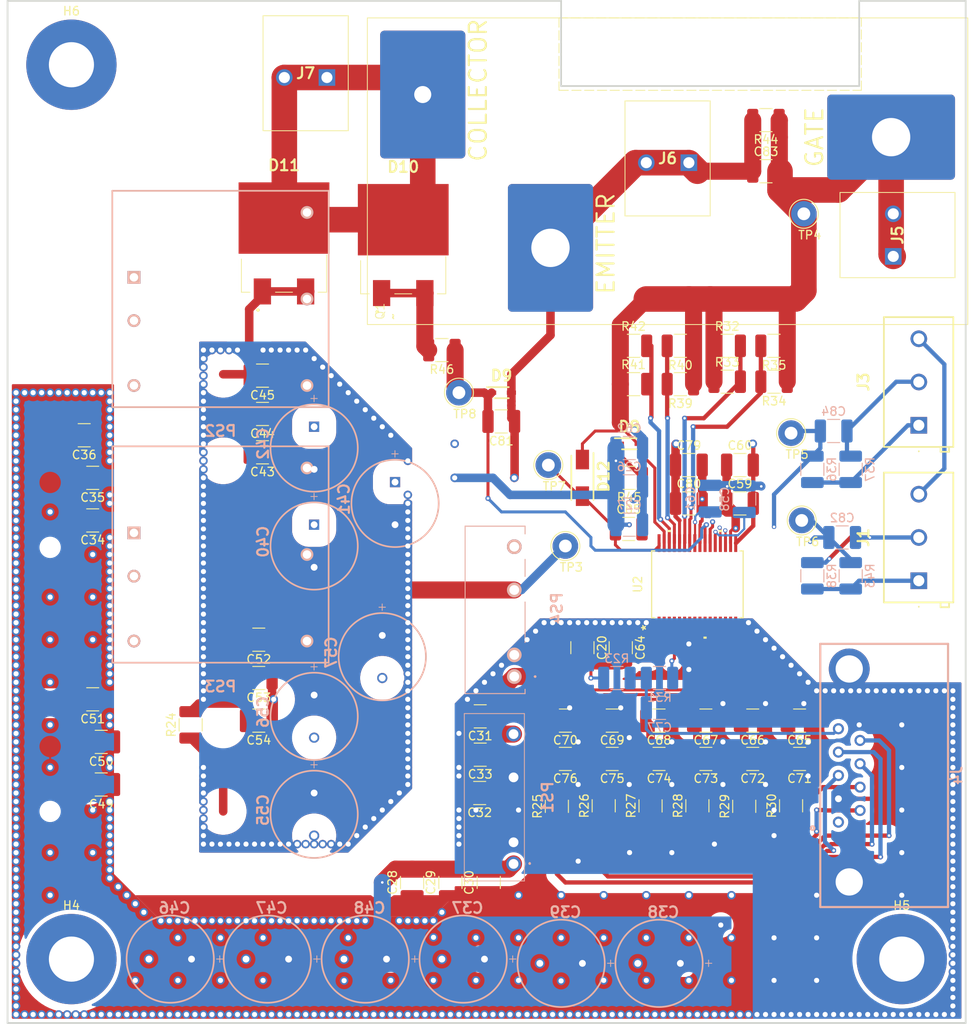
<source format=kicad_pcb>
(kicad_pcb (version 20241229) (generator "pcbnew") (generator_version "9.0")
  (layers (0 "F.Cu" signal) (4 "In1.Cu" signal) (6 "In2.Cu" signal) (2 "B.Cu" signal) (13 "F.Paste" user) (15 "B.Paste" user) (5 "F.SilkS" user "F.Silkscreen") (7 "B.SilkS" user "B.Silkscreen") (1 "F.Mask" user) (3 "B.Mask" user) (25 "Edge.Cuts" user))
  (net 0 "")
  (net 1 "GND")
  (net 2 "+5V")
  (net 3 "ISO_GATE_DRIVE_+15V")
  (net 4 "IGBT_EMITTER")
  (net 5 "+12V")
  (net 6 "ISO_GATE_DRIVE_-9V")
  (net 7 "Net-(U2-VREF)")
  (net 8 "Net-(U2-VCP)")
  (net 9 "FILTERED_SDO")
  (net 10 "FILTERED_SDI")
  (net 11 "FILTERED_SPI_CS")
  (net 12 "FILTERED_SPI_CLK")
  (net 13 "FILTERED_GATE_DRIVE+")
  (net 14 "FILTERED_GATE_DRIVE-")
  (net 15 "FAULT")
  (net 16 "DESAT")
  (net 17 "ANALOG_SENSE_1")
  (net 18 "IGBT_GATE")
  (net 19 "ANALOG_SENSE_2")
  (net 20 "Net-(D12-A)")
  (net 21 "Net-(D10-ANODE_1)")
  (net 22 "IGBT_COLLECTOR")
  (net 23 "ANALOG_INPUT_1")
  (net 24 "+5VP")
  (net 25 "SPI_CS")
  (net 26 "SPI_CLK")
  (net 27 "GATE_DRIVE+")
  (net 28 "SDI")
  (net 29 "SDO")
  (net 30 "GATE_DRIVE-")
  (net 31 "ANALOG_INPUT_2")
  (net 36 "Net-(U2-NFLT1)")
  (net 37 "Net-(U2-OUTH2)")
  (net 38 "Net-(U2-OUTH1)")
  (net 39 "Net-(U2-OUTL1)")
  (net 40 "Net-(U2-OUTL2)")
  (footprint "Capacitor_SMD:C_1210_3225Metric_Pad1.33x2.70mm_HandSolder" (layer "F.Cu") (at 162.5 124.5 180)
    (property "Reference" "C66")
    (property "Value" "10pF")
  )
  (footprint "MountingHole:MountingHole_5.3mm_M5_Pad" (layer "F.Cu") (at 82.5 152.5)
    (property "Reference" "H4")
    (property "Value" "MountingHole_Pad_MP")
  )
  (footprint "InverterCom:CM600HA-24H-Gate" (layer "F.Cu") (at 178.75 56 90)
    (property "Reference" "Q1")
    (property "Value" "~")
  )
  (footprint "Capacitor_SMD:C_1210_3225Metric_Pad1.33x2.70mm_HandSolder" (layer "F.Cu") (at 127 143.5 90)
    (property "Reference" "C29")
    (property "Value" "1uF")
  )
  (footprint "MountingHole:MountingHole_5.3mm_M5_Pad" (layer "F.Cu") (at 82.5 47.5)
    (property "Reference" "H6")
    (property "Value" "MountingHole_Pad_MP")
  )
  (footprint "Capacitor_SMD:C_1210_3225Metric_Pad1.33x2.70mm_HandSolder" (layer "F.Cu") (at 157 124.5 180)
    (property "Reference" "C67")
    (property "Value" "10pF")
  )
  (footprint "Capacitor_SMD:C_1210_3225Metric_Pad1.33x2.70mm_HandSolder" (layer "F.Cu") (at 130.5 124 180)
    (property "Reference" "C31")
    (property "Value" "10uF")
  )
  (footprint "Capacitor_SMD:C_1210_3225Metric_Pad1.33x2.70mm_HandSolder" (layer "F.Cu") (at 85 96 180)
    (property "Reference" "C35")
    (property "Value" "1uF")
  )
  (footprint "InverterCom:1548129" (layer "F.Cu") (at 182 108.08 90)
    (property "Reference" "J1")
    (property "Value" "1548129" (hide yes))
  )
  (footprint "InverterCom:1987724" (layer "F.Cu") (at 179 70 90)
    (property "Reference" "J5")
    (property "Value" "1987724" (hide yes))
  )
  (footprint "Resistor_SMD:R_1210_3225Metric_Pad1.30x2.65mm_HandSolder" (layer "F.Cu") (at 148 96 180)
    (property "Reference" "R45")
    (property "Value" "33")
  )
  (footprint "InverterCom:1987724" (layer "F.Cu") (at 155 59 180)
    (property "Reference" "J6")
    (property "Value" "1987724" (hide yes))
  )
  (footprint "Resistor_SMD:R_1210_3225Metric_Pad1.30x2.65mm_HandSolder" (layer "F.Cu") (at 167 134.5 90)
    (property "Reference" "R30")
    (property "Value" "100")
  )
  (footprint "Resistor_SMD:R_1210_3225Metric_Pad1.30x2.65mm_HandSolder" (layer "F.Cu") (at 154 80.5 180)
    (property "Reference" "R40")
    (property "Value" "8.2")
  )
  (footprint "MountingHole:MountingHole_5.3mm_M5_Pad" (layer "F.Cu") (at 180 152.5)
    (property "Reference" "H5")
    (property "Value" "MountingHole_Pad_MP")
  )
  (footprint "Capacitor_SMD:C_1210_3225Metric_Pad1.33x2.70mm_HandSolder" (layer "F.Cu") (at 85 101 180)
    (property "Reference" "C34")
    (property "Value" "10uF")
  )
  (footprint "Capacitor_SMD:C_1210_3225Metric_Pad1.33x2.70mm_HandSolder" (layer "F.Cu") (at 151.5 124.5 180)
    (property "Reference" "C68")
    (property "Value" "10pF")
  )
  (footprint "Capacitor_SMD:C_1210_3225Metric_Pad1.33x2.70mm_HandSolder" (layer "F.Cu") (at 104.9375 84 180)
    (property "Reference" "C45")
    (property "Value" "100nF")
  )
  (footprint "Capacitor_SMD:C_1210_3225Metric_Pad1.33x2.70mm_HandSolder" (layer "F.Cu") (at 104.5 115 180)
    (property "Reference" "C52")
    (property "Value" "100nF")
  )
  (footprint "Resistor_SMD:R_1210_3225Metric_Pad1.30x2.65mm_HandSolder" (layer "F.Cu") (at 164.05 54 180)
    (property "Reference" "R44")
    (property "Value" "10k")
  )
  (footprint "Capacitor_SMD:C_1210_3225Metric_Pad1.33x2.70mm_HandSolder" (layer "F.Cu") (at 168 124.5 180)
    (property "Reference" "C65")
    (property "Value" "10pF")
  )
  (footprint "InverterCom:SOD2513X120N" (layer "F.Cu") (at 148 92)
    (property "Reference" "D8")
    (property "Value" "BAT54WS-7-F" (hide yes))
  )
  (footprint "Capacitor_SMD:C_1210_3225Metric_Pad1.33x2.70mm_HandSolder" (layer "F.Cu") (at 104.9375 88.5 180)
    (property "Reference" "C44")
    (property "Value" "1uF")
  )
  (footprint "Resistor_SMD:R_1210_3225Metric_Pad1.30x2.65mm_HandSolder" (layer "F.Cu") (at 156 134.5 90)
    (property "Reference" "R28")
    (property "Value" "100")
  )
  (footprint "TestPoint:TestPoint_Loop_D2.54mm_Drill1.5mm_Beaded" (layer "F.Cu") (at 168.5 65)
    (property "Reference" "TP4")
    (property "Value" "TestPoint")
  )
  (footprint "Capacitor_SMD:C_1210_3225Metric_Pad1.33x2.70mm_HandSolder" (layer "F.Cu") (at 104.5 119.5 180)
    (property "Reference" "C53")
    (property "Value" "1uF")
  )
  (footprint "Capacitor_SMD:C_1210_3225Metric_Pad1.33x2.70mm_HandSolder" (layer "F.Cu") (at 147.9375 102)
    (property "Reference" "C85")
    (property "Value" "10nF")
  )
  (footprint "InverterCom:VS30CDU06HM3I" (layer "F.Cu") (at 121.46 70)
    (property "Reference" "D10")
    (property "Value" "VS-30CDU06HM3_I" (hide yes))
  )
  (footprint "Resistor_SMD:R_1210_3225Metric_Pad1.30x2.65mm_HandSolder" (layer "F.Cu") (at 150.5 134.5125 90)
    (property "Reference" "R27")
    (property "Value" "100")
  )
  (footprint "Capacitor_SMD:C_1210_3225Metric_Pad1.33x2.70mm_HandSolder" (layer "F.Cu") (at 142.5 115.9375 -90)
    (property "Reference" "C20")
    (property "Value" "1uF")
  )
  (footprint "Resistor_SMD:R_1210_3225Metric_Pad1.30x2.65mm_HandSolder" (layer "F.Cu") (at 148.5 85)
    (property "Reference" "R41")
    (property "Value" "8.2")
  )
  (footprint "Capacitor_SMD:C_1210_3225Metric_Pad1.33x2.70mm_HandSolder" (layer "F.Cu") (at 130.4375 133 180)
    (property "Reference" "C32")
    (property "Value" "1uF")
  )
  (footprint "Capacitor_SMD:C_1210_3225Metric_Pad1.33x2.70mm_HandSolder" (layer "F.Cu") (at 146 124.5 180)
    (property "Reference" "C69")
    (property "Value" "10pF")
  )
  (footprint "Capacitor_SMD:C_1210_3225Metric_Pad1.33x2.70mm_HandSolder" (layer "F.Cu") (at 122.5 143.5 90)
    (property "Reference" "C28")
    (property "Value" "10uF")
  )
  (footprint "Resistor_SMD:R_1210_3225Metric_Pad1.30x2.65mm_HandSolder" (layer "F.Cu") (at 159.5 84.71)
    (property "Reference" "R33")
    (property "Value" "4.7")
  )
  (footprint "Resistor_SMD:R_1210_3225Metric_Pad1.30x2.65mm_HandSolder" (layer "F.Cu") (at 154 85 180)
    (property "Reference" "R39")
    (property "Value" "8.2")
  )
  (footprint "Capacitor_SMD:C_1210_3225Metric_Pad1.33x2.70mm_HandSolder" (layer "F.Cu") (at 164.0625 60)
    (property "Reference" "C83")
    (property "Value" "100nF")
  )
  (footprint "Resistor_SMD:R_1210_3225Metric_Pad1.30x2.65mm_HandSolder" (layer "F.Cu") (at 165 80.5 180)
    (property "Reference" "R35")
    (property "Value" "4.7")
  )
  (footprint "Capacitor_SMD:C_1210_3225Metric_Pad1.33x2.70mm_HandSolder" (layer "F.Cu") (at 104.9375 93 180)
    (property "Reference" "C43")
    (property "Value" "10uF")
  )
  (footprint "Resistor_SMD:R_1210_3225Metric_Pad1.30x2.65mm_HandSolder" (layer "F.Cu") (at 148.5 80.5)
    (property "Reference" "R42")
    (property "Value" "8.2")
  )
  (footprint "Capacitor_SMD:C_1210_3225Metric_Pad1.33x2.70mm_HandSolder" (layer "F.Cu") (at 84 91 180)
    (property "Reference" "C36")
    (property "Value" "100nF")
  )
  (footprint "Capacitor_SMD:C_1210_3225Metric_Pad1.33x2.70mm_HandSolder" (layer "F.Cu") (at 140.5 129 180)
    (property "Reference" "C76")
    (property "Value" "100pF")
  )
  (footprint "TestPoint:TestPoint_Loop_D2.54mm_Drill1.5mm_Beaded" (layer "F.Cu") (at 167 90.75)
    (property "Reference" "TP5")
    (property "Value" "TestPoint")
  )
  (footprint "Capacitor_SMD:C_1210_3225Metric_Pad1.33x2.70mm_HandSolder" (layer "F.Cu") (at 85 122 180)
    (property "Reference" "C51")
    (property "Value" "100nF")
  )
  (footprint "Capacitor_SMD:C_1210_3225Metric_Pad1.33x2.70mm_HandSolder" (layer "F.Cu") (at 147 115.9375 -90)
    (property "Reference" "C64")
    (property "Value" "100nF")
  )
  (footprint "Capacitor_SMD:C_1210_3225Metric_Pad1.33x2.70mm_HandSolder" (layer "F.Cu") (at 155 99)
    (property "Reference" "C80")
    (property "Value" "1uF")
  )
  (footprint "Resistor_SMD:R_1210_3225Metric_Pad1.30x2.65mm_HandSolder" (layer "F.Cu") (at 126 81 180)
    (property "Reference" "R46")
    (property "Value" "1k")
  )
  (footprint "InverterCom:SSOP32_DFC_TEX-M" (layer "F.Cu") (at 156 108.5 90)
    (property "Reference" "U2")
    (property "Value" "PUCC5880QDFCQ1" (hide yes))
  )
  (footprint "Capacitor_SMD:C_1210_3225Metric_Pad1.33x2.70mm_HandSolder" (layer "F.Cu") (at 168 129 180)
    (property "Reference" "C71")
    (property "Value" "100pF")
  )
  (footprint "Capacitor_SMD:C_1210_3225Metric_Pad1.33x2.70mm_HandSolder" (layer "F.Cu") (at 140.5 124.5 180)
    (property "Reference" "C70")
    (property "Value" "10pF")
  )
  (footprint "TestPoint:TestPoint_Loop_D2.54mm_Drill1.5mm_Beaded" (layer "F.Cu") (at 138.5 94.5)
    (property "Reference" "TP7")
    (property "Value" "TestPoint")
  )
  (footprint "Resistor_SMD:R_1210_3225Metric_Pad1.30x2.65mm_HandSolder" (layer "F.Cu") (at 159.5 80.5)
    (property "Reference" "R32")
    (property "Value" "4.7")
  )
  (footprint "Resistor_SMD:R_1210_3225Metric_Pad1.30x2.65mm_HandSolder" (layer "F.Cu") (at 139.5 134.5625 90)
    (property "Reference" "R25")
    (property "Value" "100")
  )
  (footprint "Capacitor_SMD:C_1210_3225Metric_Pad1.33x2.70mm_HandSolder" (layer "F.Cu") (at 131.5 143.5 90)
    (property "Reference" "C30")
    (property "Value" "100nF")
  )
  (footprint "Capacitor_SMD:C_1210_3225Metric_Pad1.33x2.70mm_HandSolder" (layer "F.Cu") (at 86 132 180)
    (property "Reference" "C49")
    (property "Value" "10uF")
  )
  (footprint "Resistor_SMD:R_1210_3225Metric_Pad1.30x2.65mm_HandSolder" (layer "F.Cu") (at 161.5 134.5625 90)
    (property "Reference" "R29")
    (property "Value" "100")
  )
  (footprint "Capacitor_SMD:C_1210_3225Metric_Pad1.33x2.70mm_HandSolder" (layer "F.Cu") (at 146 129 180)
    (property "Reference" "C75")
    (property "Value" "100pF")
  )
  (footprint "Capacitor_SMD:C_1210_3225Metric_Pad1.33x2.70mm_HandSolder" (layer "F.Cu") (at 161 99)
    (property "Reference" "C59")
    (property "Value" "1uF")
  )
  (footprint "Capacitor_SMD:C_1210_3225Metric_Pad1.33x2.70mm_HandSolder" (layer "F.Cu") (at 157 129 180)
    (property "Reference" "C73")
    (property "Value" "100pF")
  )
  (footprint "Capacitor_SMD:C_1210_3225Metric_Pad1.33x2.70mm_HandSolder" (layer "F.Cu") (at 162.5 129 180)
    (property "Reference" "C72")
    (property "Value" "100pF")
  )
  (footprint "InverterCom:DIOM5226X220N" (layer "F.Cu") (at 142.5 96 -90)
    (property "Reference" "D12")
    (property "Value" "MBRA340T3G" (hide yes))
  )
  (footprint "InverterCom:SOD2513X120N" (layer "F.Cu") (at 133 86)
    (property "Reference" "D9")
    (property "Value" "BAT54WS-7-F" (hide yes))
  )
  (footprint "TestPoint:TestPoint_Loop_D2.54mm_Drill1.5mm_Beaded" (layer "F.Cu") (at 128 86)
    (property "Reference" "TP8")
    (property "Value" "TestPoint")
  )
  (footprint "TestPoint:TestPoint_Loop_D2.54mm_Drill1.5mm_Beaded" (layer "F.Cu") (at 168.25 101)
    (property "Reference" "TP6")
    (property "Value" "TestPoint")
  )
  (footprint "Resistor_SMD:R_1210_3225Metric_Pad1.30x2.65mm_HandSolder" (layer "F.Cu") (at 165 84.71 180)
    (property "Reference" "R34")
    (property "Value" "4.7")
  )
  (footprint "TestPoint:TestPoint_Loop_D2.54mm_Drill1.5mm_Beaded" (layer "F.Cu") (at 140.5 104)
    (property "Reference" "TP3")
    (property "Value" "TestPoint")
  )
  (footprint "Capacitor_SMD:C_1210_3225Metric_Pad1.33x2.70mm_HandSolder" (layer "F.Cu") (at 86 127 180)
    (property "Reference" "C50")
    (property "Value" "1uF")
  )
  (footprint "Capacitor_SMD:C_1210_3225Metric_Pad1.33x2.70mm_HandSolder" (layer "F.Cu") (at 130.5 128.5 180)
    (property "Reference" "C33")
    (property "Value" "100nF")
  )
  (footprint "InverterCom:1548129" (layer "F.Cu") (at 182 89.83 90)
    (property "Reference" "J3")
    (property "Value" "1548129" (hide yes))
  )
  (footprint "Capacitor_SMD:C_1210_3225Metric_Pad1.33x2.70mm_HandSolder" (layer "F.Cu") (at 132.975 89.375 180)
    (property "Reference" "C81")
    (property "Value" "100pF")
  )
  (footprint "Resistor_SMD:R_1210_3225Metric_Pad1.30x2.65mm_HandSolder" (layer "F.Cu") (at 96.5 125 90)
    (property "Reference" "R24")
    (property "Value" "0")
  )
  (footprint "Capacitor_SMD:C_1210_3225Metric_Pad1.33x2.70mm_HandSolder" (layer "F.Cu") (at 155 94.5)
    (property "Reference" "C79")
    (property "Value" "100nF")
  )
  (footprint "Resistor_SMD:R_1210_3225Metric_Pad1.30x2.65mm_HandSolder" (layer "F.Cu") (at 145 134.5 90)
    (property "Reference" "R26")
    (property "Value" "100")
  )
  (footprint "Capacitor_SMD:C_1210_3225Metric_Pad1.33x2.70mm_HandSolder" (layer "F.Cu") (at 151.5 129 180)
    (property "Reference" "C74")
    (property "Value" "100pF")
  )
  (footprint "Capacitor_SMD:C_1210_3225Metric_Pad1.33x2.70mm_HandSolder" (layer "F.Cu") (at 161 94.5)
    (property "Reference" "C60")
    (property "Value" "100nF")
  )
  (footprint "InverterCom:1987724" (layer "F.Cu") (at 112.5 49 180)
    (property "Reference" "J7")
    (property "Value" "1987724" (hide yes))
  )
  (footprint "Capacitor_SMD:C_1210_3225Metric_Pad1.33x2.70mm_HandSolder" (layer "F.Cu") (at 104.5 124.5 180)
    (property "Reference" "C54")
    (property "Value" "10uF")
  )
  (footprint "InverterCom:VS30CDU06HM3I" (layer "F.Cu") (at 107.46 69.808)
    (property "Reference" "D11")
    (property "Value" "VS-30CDU06HM3_I" (hide yes))
  )
  (footprint "Capacitor_SMD:C_1210_3225Metric_Pad1.33x2.70mm_HandSolder" (layer "B.Cu") (at 161.5 98.5 -90)
    (property "Reference" "C58")
    (property "Value" "1uF")
  )
  (footprint "Capacitor_SMD:C_1210_3225Metric_Pad1.33x2.70mm_HandSolder" (layer "B.Cu") (at 148 97 180)
    (property "Reference" "C26")
    (property "Value" "1uF")
  )
  (footprint "InverterCom:CAPPRD500W60D1025H1750" (layer "B.Cu") (at 142.5 153 180)
    (property "Reference" "C39")
    (property "Value" "UVY1E102MPD1TD" (hide yes))
  )
  (footprint "InverterCom:CAPPRD500W60D1025H1750" (layer "B.Cu") (at 111 121.5 -90)
    (property "Reference" "C56")
    (property "Value" "UVY1E102MPD1TD" (hide yes))
  )
  (footprint "Capacitor_SMD:C_1210_3225Metric_Pad1.33x2.70mm_HandSolder" (layer "B.Cu") (at 151.5625 123)
    (property "Reference" "C77")
    (property "Value" "100pF")
  )
  (footprint "InverterCom:CAPPRD500W60D1025H1750" (layer "B.Cu") (at 111 90 -90)
    (property "Reference" "C42")
    (property "Value" "UVY1E102MPD1TD" (hide yes))
  )
  (footprint "InverterCom:RFMM0505S" (layer "B.Cu") (at 134.5 119.325 90)
    (property "Reference" "PS4")
    (property "Value" "RFMM-0505S" (hide yes))
  )
  (footprint "InverterCom:CAPPRD500W60D1025H1750" (layer "B.Cu") (at 154 153 180)
    (property "Reference" "C38")
    (property "Value" "UVY1E102MPD1TD" (hide yes))
  )
  (footprint "InverterCom:CAPPRD500W60D1025H1750" (layer "B.Cu") (at 120.5 96.5 -90)
    (property "Reference" "C41")
    (property "Value" "UVY1E102MPD1TD" (hide yes))
  )
  (footprint "Capacitor_SMD:C_1210_3225Metric_Pad1.33x2.70mm_HandSolder" (layer "B.Cu") (at 148 101.5 180)
    (property "Reference" "C27")
    (property "Value" "100nF")
  )
  (footprint "InverterCom:5-106505-2_3" (layer "B.Cu") (at 185.42961 146.3885 90)
    (property "Reference" "J4")
    (property "Value" "5-106505-2" (hide yes))
  )
  (footprint "InverterCom:CAPPRD500W60D1025H1750" (layer "B.Cu") (at 111 133 -90)
    (property "Reference" "C55")
    (property "Value" "UVY1E102MPD1TD" (hide yes))
  )
  (footprint "Resistor_SMD:R_1210_3225Metric_Pad1.30x2.65mm_HandSolder" (layer "B.Cu") (at 151.55 119.5)
    (property "Reference" "R31")
    (property "Value" "100")
  )
  (footprint "InverterCom:CAPPRD500W60D1025H1750" (layer "B.Cu") (at 131 152.5 180)
    (property "Reference" "C37")
    (property "Value" "UVY1E102MPD1TD" (hide yes))
  )
  (footprint "Resistor_SMD:R_1210_3225Metric_Pad1.30x2.65mm_HandSolder" (layer "B.Cu") (at 146.55 119.5 180)
    (property "Reference" "R23")
    (property "Value" "47k")
  )
  (footprint "InverterCom:CAPPRD500W60D1025H1750" (layer "B.Cu") (at 108 152.5 180)
    (property "Reference" "C47")
    (property "Value" "UVY1E102MPD1TD" (hide yes))
  )
  (footprint "InverterCom:CAPPRD500W60D1025H1750" (layer "B.Cu") (at 119.5 152.5 180)
    (property "Reference" "C48")
    (property "Value" "UVY1E102MPD1TD" (hide yes))
  )
  (footprint "InverterCom:REC10K-AW" (layer "B.Cu") (at 100 75)
    (property "Reference" "PS2")
    (property "Value" "REC10K-2415SAW_H2" (hide yes))
  )
  (footprint "Capacitor_SMD:C_1210_3225Metric_Pad1.33x2.70mm_HandSolder" (layer "B.Cu") (at 148 92.5 180)
    (property "Reference" "C62")
    (property "Value" "10uF")
  )
  (footprint "Resistor_SMD:R_1210_3225Metric_Pad1.30x2.65mm_HandSolder" (layer "B.Cu") (at 174 107.5 90)
    (property "Reference" "R43")
    (property "Value" "0")
  )
  (footprint "InverterCom:CAPPRD500W60D1025H1750" (layer "B.Cu") (at 96.6 152.5 180)
    (property "Reference" "C46")
    (property "Value" "UVY1E102MPD1TD" (hide yes))
  )
  (footprint "Resistor_SMD:R_1210_3225Metric_Pad1.30x2.65mm_HandSolder" (layer "B.Cu") (at 169.5 95 90)
    (property "Reference" "R36")
    (property "Value" "0")
  )
  (footprint "InverterCom:CAPPRD500W60D1025H1750" (layer "B.Cu") (at 119 114.5 -90)
    (property "Reference" "C57")
    (property "Value" "UVY1E102MPD1TD" (hide yes))
  )
  (footprint "Resistor_SMD:R_1210_3225Metric_Pad1.30x2.65mm_HandSolder" (layer "B.Cu") (at 174 95 90)
    (property "Reference" "R37")
    (property "Value" "10k")
  )
  (footprint "Resistor_SMD:R_1210_3225Metric_Pad1.30x2.65mm_HandSolder" (layer "B.Cu") (at 169.5 107.5 90)
    (property "Reference" "R38")
    (property "Value" "10k")
  )
  (footprint "Capacitor_SMD:C_1210_3225Metric_Pad1.33x2.70mm_HandSolder" (layer "B.Cu") (at 157.5 98.4375 -90)
    (property "Reference" "C61")
    (property "Value" "100nF")
  )
  (footprint "InverterCom:RKE1205SH" (layer "B.Cu") (at 134.415 141.325 90)
    (property "Reference" "PS1")
    (property "Value" "RKE-1205S_H" (hide yes))
  )
  (footprint "Capacitor_SMD:C_1210_3225Metric_Pad1.33x2.70mm_HandSolder" (layer "B.Cu") (at 172 90.5 180)
    (property "Reference" "C84")
    (property "Value" "10nF")
  )
  (footprint "InverterCom:CAPPRD500W60D1025H1750" (layer "B.Cu") (at 111 101.5 -90)
    (property "Reference" "C40")
    (property "Value" "UVY1E102MPD1TD" (hide yes))
  )
  (footprint "Capacitor_SMD:C_1210_3225Metric_Pad1.33x2.70mm_HandSolder" (layer "B.Cu") (at 173 103 180)
    (property "Reference" "C82")
    (property "Value" "10nF")
  )
  (footprint "InverterCom:REC10K-AW" (layer "B.Cu") (at 100 105)
    (property "Reference" "PS3")
    (property "Value" "REC10K-2409SAW_H2" (hide yes))
  )
  (gr_line (start 75 40) (end 140 40) (stroke (width 0.2)) (layer "Edge.Cuts"))
  (gr_line (start 140 40) (end 140 50) (stroke (width 0.2)) (layer "Edge.Cuts"))
  (gr_line (start 187.5 40) (end 187.5 160) (stroke (width 0.2)) (layer "Edge.Cuts"))
  (gr_line (start 187.5 160) (end 75 160) (stroke (width 0.2)) (layer "Edge.Cuts"))
  (gr_line (start 75 160) (end 75 40) (stroke (width 0.2)) (layer "Edge.Cuts"))
  (gr_line (start 175 40) (end 187.5 40) (stroke (width 0.2)) (layer "Edge.Cuts"))
  (gr_line (start 140 50) (end 175 50) (stroke (width 0.2)) (layer "Edge.Cuts"))
  (gr_line (start 175 50) (end 175 40) (stroke (width 0.2)) (layer "Edge.Cuts"))
  (segment (start 161.6613 113.3387) (end 162 113) (width 0.35) (layer "F.Cu") (net 1))
  (segment (start 160.500001 113.3387) (end 161.6613 113.3387) (width 0.35) (layer "F.Cu") (net 1))
  (segment (start 177.5 133.5) (end 177.3215 133.6785) (width 0.5) (layer "F.Cu") (net 1))
  (segment (start 151.500001 113.3387) (end 151.1613 113.3387) (width 0.35) (layer "F.Cu") (net 1))
  (segment (start 153.899999 113.3387) (end 156.299999 113.3387) (width 0.35) (layer "F.Cu") (net 1))
  (segment (start 155.099999 113.3387) (end 155.099999 115.400001) (width 1) (layer "F.Cu") (net 1))
  (segment (start 172.55961 133.6785) (end 177.3215 133.6785) (width 0.5) (layer "F.Cu") (net 1))
  (segment (start 151.1613 113.3387) (end 150.5 114) (width 0.35) (layer "F.Cu") (net 1))
  (segment (start 155.099999 115.400001) (end 155 115.5) (width 1) (layer "F.Cu") (net 1))
  (via (at 114 159) (size 1) (drill 0.6) (layers "F.Cu" "B.Cu") (net 1))
  (via (at 85 105) (size 1) (drill 0.6) (layers "F.Cu" "B.Cu") (net 1))
  (via (at 186 150) (size 1) (drill 0.6) (layers "F.Cu" "B.Cu") (net 1))
  (via (at 142 127) (size 1) (drill 0.6) (layers "F.Cu" "B.Cu") (net 1))
  (via (at 115 159) (size 1) (drill 0.6) (layers "F.Cu" "B.Cu") (net 1))
  (via (at 180 159) (size 1) (drill 0.6) (layers "F.Cu" "B.Cu") (net 1))
  (via (at 87 111) (size 1) (drill 0.6) (layers "F.Cu" "B.Cu") (net 1))
  (via (at 180 130) (size 1) (drill 0.6) (layers "F.Cu" "B.Cu") (net 1))
  (via (at 87 107) (size 1) (drill 0.6) (layers "F.Cu" "B.Cu") (net 1))
  (via (at 126 147) (size 1) (drill 0.6) (layers "F.Cu" "B.Cu") (net 1))
  (via (at 181 159) (size 1) (drill 0.6) (layers "F.Cu" "B.Cu") (net 1))
  (via (at 167 118) (size 1) (drill 0.6) (layers "F.Cu" "B.Cu") (net 1))
  (via (at 186 154) (size 1) (drill 0.6) (layers "F.Cu" "B.Cu") (net 1))
  (via (at 91 159) (size 1) (drill 0.6) (layers "F.Cu" "B.Cu") (net 1))
  (via (at 135 159) (size 1) (drill 0.6) (layers "F.Cu" "B.Cu") (net 1))
  (via (at 186 147) (size 1) (drill 0.6) (layers "F.Cu" "B.Cu") (net 1))
  (via (at 130 121) (size 1) (drill 0.6) (layers "F.Cu" "B.Cu") (net 1))
  (via (at 165 159) (size 1) (drill 0.6) (layers "F.Cu" "B.Cu") (net 1))
  (via (at 143 113) (size 1) (drill 0.6) (layers "F.Cu" "B.Cu") (net 1))
  (via (at 146 159) (size 1) (drill 0.6) (layers "F.Cu" "B.Cu") (net 1))
  (via (at 76 142) (size 1) (drill 0.6) (layers "F.Cu" "B.Cu") (net 1))
  (via (at 137 159) (size 1) (drill 0.6) (layers "F.Cu" "B.Cu") (net 1))
  (via (at 90 159) (size 1) (drill 0.6) (layers "F.Cu" "B.Cu") (net 1))
  (via (at 175 159) (size 1) (drill 0.6) (layers "F.Cu" "B.Cu") (net 1))
  (via (at 186 135) (size 1) (drill 0.6) (layers "F.Cu" "B.Cu") (net 1))
  (via (at 137 114) (size 1) (drill 0.6) (layers "F.Cu" "B.Cu") (net 1))
  (via (at 148 126.5) (size 1) (drill 0.6) (layers "F.Cu" "B.Cu") (net 1))
  (via (at 153 132) (size 1) (drill 0.6) (layers "F.Cu" "B.Cu") (net 1))
  (via (at 135 145) (size 1) (drill 0.6) (layers "F.Cu" "B.Cu") (net 1))
  (via (at 125 148) (size 1) (drill 0.6) (layers "F.Cu" "B.Cu") (net 1))
  (via (at 80 100) (size 1) (drill 0.6) (layers "F.Cu" "B.Cu") (net 1))
  (via (at 124 159) (size 1) (drill 0.6) (layers "F.Cu" "B.Cu") (net 1))
  (via (at 165 155) (size 1) (drill 0.6) (layers "F.Cu" "B.Cu") (net 1))
  (via (at 87 142) (size 1) (drill 0.6) (layers "F.Cu" "B.Cu") (net 1))
  (via (at 169 127) (size 1) (drill 0.6) (layers "F.Cu" "B.Cu") (net 1))
  (via (at 76 99) (size 1) (drill 0.6) (layers "F.Cu" "B.Cu") (net 1))
  (via (at 170 145) (size 1) (drill 0.6) (layers "F.Cu" "B.Cu") (net 1))
  (via (at 76 97) (size 1) (drill 0.6) (layers "F.Cu" "B.Cu") (net 1))
  (via (at 177 121) (size 1) (drill 0.6) (layers "F.Cu" "B.Cu") (net 1))
  (via (at 130 135) (size 1) (drill 0.6) (layers "F.Cu" "B.Cu") (net 1))
  (via (at 109 148) (size 1) (drill 0.6) (layers "F.Cu" "B.Cu") (net 1))
  (via (at 150 150) (size 1) (drill 0.6) (layers "F.Cu" "B.Cu") (net 1))
  (via (at 162 113) (size 1) (drill 0.6) (layers "F.Cu" "B.Cu") (net 1))
  (via (at 87 138) (size 1) (drill 0.6) (layers "F.Cu" "B.Cu") (net 1))
  (via (at 76 138) (size 1) (drill 0.6) (layers "F.Cu" "B.Cu") (net 1))
  (via (at 88 144) (size 1) (drill 0.6) (layers "F.Cu" "B.Cu") (net 1))
  (via (at 186 156) (size 1) (drill 0.6) (layers "F.Cu" "B.Cu") (net 1))
  (via (at 87 108) (size 1) (drill 0.6) (layers "F.Cu" "B.Cu") (net 1))
  (via (at 76 134) (size 1) (drill 0.6) (layers "F.Cu" "B.Cu") (net 1))
  (via (at 104 159) (size 1) (drill 0.6) (layers "F.Cu" "B.Cu") (net 1))
  (via (at 144 159) (size 1) (drill 0.6) (layers "F.Cu" "B.Cu") (net 1))
  (via (at 76 143) (size 1) (drill 0.6) (layers "F.Cu" "B.Cu") (net 1))
  (via (at 107 148) (size 1) (drill 0.6) (layers "F.Cu" "B.Cu") (net 1))
  (via (at 76 151) (size 1) (drill 0.6) (layers "F.Cu" "B.Cu") (net 1))
  (via (at 145 150) (size 1) (drill 0.6) (layers "F.Cu" "B.Cu") (net 1))
  (via (at 87 124) (size 1) (drill 0.6) (layers "F.Cu" "B.Cu") (net 1))
  (via (at 89 159) (size 1) (drill 0.6) (layers "F.Cu" "B.Cu") (net 1))
  (via (at 87 93) (size 1) (drill 0.6) (layers "F.Cu" "B.Cu") (net 1))
  (via (at 168 159) (size 1) (drill 0.6) (layers "F.Cu" "B.Cu") (net 1))
  (via (at 164 159) (size 1) (drill 0.6) (layers "F.Cu" "B.Cu") (net 1))
  (via (at 87 125) (size 1) (drill 0.6) (layers "F.Cu" "B.Cu") (net 1))
  (via (at 76 147) (size 1) (drill 0.6) (layers "F.Cu" "B.Cu") (net 1))
  (via (at 76 121) (size 1) (drill 0.6) (layers "F.Cu" "B.Cu") (net 1))
  (via (at 76 90) (size 1) (drill 0.6) (layers "F.Cu" "B.Cu") (net 1))
  (via (at 78 159) (size 1) (drill 0.6) (layers "F.Cu" "B.Cu") (net 1))
  (via (at 76 119) (size 1) (drill 0.6) (layers "F.Cu" "B.Cu") (net 1))
  (via (at 87 119) (size 1) (drill 0.6) (layers "F.Cu" "B.Cu") (net 1))
  (via (at 135 155) (size 1) (drill 0.6) (layers "F.Cu" "B.Cu") (net 1))
  (via (at 78 86) (size 1) (drill 0.6) (layers "F.Cu" "B.Cu") (net 1))
  (via (at 98 148) (size 1) (drill 0.6) (layers "F.Cu" "B.Cu") (net 1))
  (via (at 162 159) (size 1) (drill 0.6) (layers "F.Cu" "B.Cu") (net 1))
  (via (at 117 148) (size 1) (drill 0.6) (layers "F.Cu" "B.Cu") (net 1))
  (via (at 139 113) (size 1) (drill 0.6) (layers "F.Cu" "B.Cu") (net 1))
  (via (at 150 155) (size 1) (drill 0.6) (layers "F.Cu" "B.Cu") (net 1))
  (via (at 85 115) (size 1) (drill 0.6) (layers "F.Cu" "B.Cu") (net 1))
  (via (at 91 147) (size 1) (drill 0.6) (layers "F.Cu" "B.Cu") (net 1))
  (via (at 138 113) (size 1) (drill 0.6) (layers "F.Cu" "B.Cu") (net 1))
  (via (at 166 117) (size 1) (drill 0.6) (layers "F.Cu" "B.Cu") (net 1))
  (via (at 164 115) (size 1) (drill 0.6) (layers "F.Cu" "B.Cu") (net 1))
  (via (at 87 110) (size 1) (drill 0.6) (layers "F.Cu" "B.Cu") (net 1))
  (via (at 76 136) (size 1) (drill 0.6) (layers "F.Cu" "B.Cu") (net 1))
  (via (at 87 94) (size 1) (drill 0.6) (layers "F.Cu" "B.Cu") (net 1))
  (via (at 149 159) (size 1) (drill 0.6) (layers "F.Cu" "B.Cu") (net 1))
  (via (at 87 92) (size 1) (drill 0.6) (layers "F.Cu" "B.Cu") (net 1))
  (via (at 76 117) (size 1) (drill 0.6) (layers "F.Cu" "B.Cu") (net 1))
  (via (at 87 141) (size 1) (drill 0.6) (layers "F.Cu" "B.Cu") (net 1))
  (via (at 76 156) (size 1) (drill 0.6) (layers "F.Cu" "B.Cu") (net 1))
  (via (at 80 86) (size 1) (drill 0.6) (layers "F.Cu" "B.Cu") (net 1))
  (via (at 87 143) (size 1) (drill 0.6) (layers "F.Cu" "B.Cu") (net 1))
  (via (at 76 154) (size 1) (drill 0.6) (layers "F.Cu" "B.Cu") (net 1))
  (via (at 175 121) (size 1) (drill 0.6) (layers "F.Cu" "B.Cu") (net 1))
  (via (at 102 148) (size 1) (drill 0.6) (layers "F.Cu" "B.Cu") (net 1))
  (via (at 155 159) (size 1) (drill 0.6) (layers "F.Cu" "B.Cu") (net 1))
  (via (at 175 125) (size 1) (drill 0.6) (layers "F.Cu" "B.Cu") (net 1))
  (via (at 142 132) (size 1) (drill 0.6) (layers "F.Cu" "B.Cu") (net 1))
  (via (at 171 121) (size 1) (drill 0.6) (layers "F.Cu" "B.Cu") (net 1))
  (via (at 80 120) (size 1) (drill 0.6) (layers "F.Cu" "B.Cu") (net 1))
  (via (at 168.5 122.5) (size 1) (drill 0.6) (layers "F.Cu" "B.Cu") (net 1))
  (via (at 185 159) (size 1) (drill 0.6) (layers "F.Cu" "B.Cu") (net 1))
  (via (at 145 145) (size 1) (drill 0.6) (layers "F.Cu" "B.Cu") (net 1))
  (via (at 87 105) (size 1) (drill 0.6) (layers "F.Cu" "B.Cu") (net 1))
  (via (at 138 159) (size 1) (drill 0.6) (layers "F.Cu" "B.Cu") (net 1))
  (via (at 87 113) (size 1) (drill 0.6) (layers "F.Cu" "B.Cu") (net 1))
  (via (at 85 159) (size 1) (drill 0.6) (layers "F.Cu" "B.Cu") (net 1))
  (via (at 165 135) (size 1) (drill 0.6) (layers "F.Cu" "B.Cu") (net 1))
  (via (at 100 148) (size 1) (drill 0.6) (layers "F.Cu" "B.Cu") (net 1))
  (via (at 87 137) (size 1) (drill 0.6) (layers "F.Cu" "B.Cu") (net 1))
  (via (at 76 116) (size 1) (drill 0.6) (layers "F.Cu" "B.Cu") (net 1))
  (via (at 157 159) (size 1) (drill 0.6) (layers "F.Cu" "B.Cu") (net 1))
  (via (at 96 159) (size 1) (drill 0.6) (layers "F.Cu" "B.Cu") (net 1))
  (via (at 130 155) (size 1) (drill 0.6) (layers "F.Cu" "B.Cu") (net 1))
  (via (at 147 113) (size 1) (drill 0.6) (layers "F.Cu" "B.Cu") (net 1))
  (via (at 76 100) (size 1) (drill 0.6) (layers "F.Cu" "B.Cu") (net 1))
  (via (at 186 128) (size 1) (drill 0.6) (layers "F.Cu" "B.Cu") (net 1))
  (via (at 177 159) (size 1) (drill 0.6) (layers "F.Cu" "B.Cu") (net 1))
  (via (at 76 125) (size 1) (drill 0.6) (layers "F.Cu" "B.Cu") (net 1))
  (via (at 159 159) (size 1) (drill 0.6) (layers "F.Cu" "B.Cu") (net 1))
  (via (at 95 159) (size 1) (drill 0.6) (layers "F.Cu" "B.Cu") (net 1))
  (via (at 87 135) (size 1) (drill 0.6) (layers "F.Cu" "B.Cu") (net 1))
  (via (at 76 88) (size 1) (drill 0.6) (layers "F.Cu" "B.Cu") (net 1))
  (via (at 100 150) (size 1) (drill 0.6) (layers "F.Cu" "B.Cu") (net 1))
  (via (at 76 111) (size 1) (drill 0.6) (layers "F.Cu" "B.Cu") (net 1))
  (via (at 80 115) (size 1) (drill 0.6) (layers "F.Cu" "B.Cu") (net 1))
  (via (at 87 89) (size 1) (drill 0.6) (layers "F.Cu" "B.Cu") (net 1))
  (via (at 85 86) (size 1) (drill 0.6) (layers "F.Cu" "B.Cu") (net 1))
  (via (at 159 122.5) (size 1) (drill 0.6) (layers "F.Cu" "B.Cu") (net 1))
  (via (at 173 159) (size 1) (drill 0.6) (layers "F.Cu" "B.Cu") (net 1))
  (via (at 89 145) (size 1) (drill 0.6) (layers "F.Cu" "B.Cu") (net 1))
  (via (at 186 157) (size 1) (drill 0.6) (layers "F.Cu" "B.Cu") (net 1))
  (via (at 173 121) (size 1) (drill 0.6) (layers "F.Cu" "B.Cu") (net 1))
  (via (at 76 124) (size 1) (drill 0.6) (layers "F.Cu" "B.Cu") (net 1))
  (via (at 87 103) (size 1) (drill 0.6) (layers "F.Cu" "B.Cu") (net 1))
  (via (at 97 148) (size 1) (drill 0.6) (layers "F.Cu" "B.Cu") (net 1))
  (via (at 125 155) (size 1) (drill 0.6) (layers "F.Cu" "B.Cu") (net 1))
  (via (at 87 98) (size 1) (drill 0.6) (layers "F.Cu" "B.Cu") (net 1))
  (via (at 126 159) (size 1) (drill 0.6) (layers "F.Cu" "B.Cu") (net 1))
  (via (at 87 134) (size 1) (drill 0.6) (layers "F.Cu" "B.Cu") (net 1))
  (via (at 120 155) (size 1) (drill 0.6) (layers "F.Cu" "B.Cu") (net 1))
  (via (at 85 110) (size 1) (drill 0.6) (layers "F.Cu" "B.Cu") (net 1))
  (via (at 104 148) (size 1) (drill 0.6) (layers "F.Cu" "B.Cu") (net 1))
  (via (at 76 135) (size 1) (drill 0.6) (layers "F.Cu" "B.Cu") (net 1))
  (via (at 128 130) (size 1) (drill 0.6) (layers "F.Cu" "B.Cu") (net 1))
  (via (at 153 159) (size 1) (drill 0.6) (layers "F.Cu" "B.Cu") (net 1))
  (via (at 103 148) (size 1) (drill 0.6) (layers "F.Cu" "B.Cu") (net 1))
  (via (at 80 145) (size 1) (drill 0.6) (layers "F.Cu" "B.Cu") (net 1))
  (via (at 76 98) (size 1) (drill 0.6) (layers "F.Cu" "B.Cu") (net 1))
  (via (at 87 140) (size 1) (drill 0.6) (layers "F.Cu" "B.Cu") (net 1))
  (via (at 76 130) (size 1) (drill 0.6) (layers "F.Cu" "B.Cu") (net 1))
  (via (at 95 155) (size 1) (drill 0.6) (layers "F.Cu" "B.Cu") (net 1))
  (via (at 76 115) (size 1) (drill 0.6) (layers "F.Cu" "B.Cu") (net 1))
  (via (at 76 95) (size 1) (drill 0.6) (layers "F.Cu" "B.Cu") (net 1))
  (via (at 98 159) (size 1) (drill 0.6) (layers "F.Cu" "B.Cu") (net 1))
  (via (at 76 129) (size 1) (drill 0.6) (layers "F.Cu" "B.Cu") (net 1))
  (via (at 140 113) (size 1) (drill 0.6) (layers "F.Cu" "B.Cu") (net 1))
  (via (at 133 159) (size 1) (drill 0.6) (layers "F.Cu" "B.Cu") (net 1))
  (via (at 186 127) (size 1) (drill 0.6) (layers "F.Cu" "B.Cu") (net 1))
  (via (at 128 137) (size 1) (drill 0.6) (layers "F.Cu" "B.Cu") (net 1))
  (via (at 125 159) (size 1) (drill 0.6) (layers "F.Cu" "B.Cu") (net 1))
  (via (at 186 152) (size 1) (drill 0.6) (layers "F.Cu" "B.Cu") (net 1))
  (via (at 186 151) (size 1) (drill 0.6) (layers "F.Cu" "B.Cu") (net 1))
  (via (at 180 125) (size 1) (drill 0.6) (layers "F.Cu" "B.Cu") (net 1))
  (via (at 76 140) (size 1) (drill 0.6) (layers "F.Cu" "B.Cu") (net 1))
  (via (at 76 146) (size 1) (drill 0.6) (layers "F.Cu" "B.Cu") (net 1))
  (via (at 147 123) (size 1) (drill 0.6) (layers "F.Cu" "B.Cu") (net 1))
  (via (at 159 132) (size 1) (drill 0.6) (layers "F.Cu" "B.Cu") (net 1))
  (via (at 186 132) (size 1) (drill 0.6) (layers "F.Cu" "B.Cu") (net 1))
  (via (at 142 141) (size 1) (drill 0.6) (layers "F.Cu" "B.Cu") (net 1))
  (via (at 135 150) (size 1) (drill 0.6) (layers "F.Cu" "B.Cu") (net 1))
  (via (at 159 127) (size 1) (drill 0.6) (layers "F.Cu" "B.Cu") (net 1))
  (via (at 87 116) (size 1) (drill 0.6) (layers "F.Cu" "B.Cu") (net 1))
  (via (at 160 159) (size 1) (drill 0.6) (layers "F.Cu" "B.Cu") (net 1))
  (via (at 113 159) (size 1) (drill 0.6) (layers "F.Cu" "B.Cu") (net 1))
  (via (at 76 120) (size 1) (drill 0.6) (layers "F.Cu" "B.Cu") (net 1))
  (via (at 80 140) (size 1) (drill 0.6) (layers "F.Cu" "B.Cu") (net 1))
  (via (at 114.516841 155.027771) (size 1) (drill 0.6) (layers "F.Cu" "B.Cu") (net 1))
  (via (at 76 139) (size 1) (drill 0.6) (layers "F.Cu" "B.Cu") (net 1))
  (via (at 81 86) (size 1) (drill 0.6) (layers "F.Cu" "B.Cu") (net 1))
  (via (at 83 86) (size 1) (drill 0.6) (layers "F.Cu" "B.Cu") (net 1))
  (via (at 97 159) (size 1) (drill 0.6) (layers "F.Cu" "B.Cu") (net 1))
  (via (at 186 142) (size 1) (drill 0.6) (layers "F.Cu" "B.Cu") (net 1))
  (via (at 83 159) (size 1) (drill 0.6) (layers "F.Cu" "B.Cu") (net 1))
  (via (at 155 118.5) (size 1) (drill 0.6) (layers "F.Cu" "B.Cu") (net 1))
  (via (at 100 155) (size 1) (drill 0.6) (layers "F.Cu" "B.Cu") (net 1))
  (via (at 150 159) (size 1) (drill 0.6) (layers "F.Cu" "B.Cu") (net 1))
  (via (at 76 104) (size 1) (drill 0.6) (layers "F.Cu" "B.Cu") (net 1))
  (via (at 131 159) (size 1) (drill 0.6) (layers "F.Cu" "B.Cu") (net 1))
  (via (at 77 159) (size 1) (drill 0.6) (layers "F.Cu" "B.Cu") (net 1))
  (via (at 180 145) (size 1) (drill 0.6) (layers "F.Cu" "B.Cu") (net 1))
  (via (at 130 159) (size 1) (drill 0.6) (layers "F.Cu" "B.Cu") (net 1))
  (via (at 99 148) (size 1) (drill 0.6) (layers "F.Cu" "B.Cu") (net 1))
  (via (at 128 138) (size 1) (drill 0.6) (layers "F.Cu" "B.Cu") (net 1))
  (via (at 122 148) (size 1) (drill 0.6) (layers "F.Cu" "B.Cu") (net 1))
  (via (at 185 121) (size 1) (drill 0.6) (layers "F.Cu" "B.Cu") (net 1))
  (via (at 87 91) (size 1) (drill 0.6) (layers "F.Cu" "B.Cu") (net 1))
  (via (at 76 89) (size 1) (drill 0.6) (layers "F.Cu" "B.Cu") (net 1))
  (via (at 80 110) (size 1) (drill 0.6) (layers "F.Cu" "B.Cu") (net 1))
  (via (at 178 121) (size 1) (drill 0.6) (layers "F.Cu" "B.Cu") (net 1))
  (via (at 76 92) (size 1) (drill 0.6) (layers "F.Cu" "B.Cu") (net 1))
  (via (at 186 137) (size 1) (drill 0.6) (layers "F.Cu" "B.Cu") (net 1))
  (via (at 119 159) (size 1) (drill 0.6) (layers "F.Cu" "B.Cu") (net 1))
  (via (at 141 123) (size 1) (drill 0.6) (layers "F.Cu" "B.Cu") (net 1))
  (via (at 140 159) (size 1) (drill 0.6) (layers "F.Cu" "B.Cu") (net 1))
  (via (at 165 138) (size 1) (drill 0.6) (layers "F.Cu" "B.Cu") (net 1))
  (via (at 76 107) (size 1) (drill 0.6) (layers "F.Cu" "B.Cu") (net 1))
  (via (at 136 115) (size 1) (drill 0.6) (layers "F.Cu" "B.Cu") (net 1))
  (via (at 106 148) (size 1) (drill 0.6) (layers "F.Cu" "B.Cu") (net 1))
  (via (at 76 128) (size 1) (drill 0.6) (layers "F.Cu" "B.Cu") (net 1))
  (via (at 186 121) (size 1) (drill 0.6) (layers "F.Cu" "B.Cu") (net 1))
  (via (at 87 90) (size 1) (drill 0.6) (layers "F.Cu" "B.Cu") (net 1))
  (via (at 76 113) (size 1) (drill 0.6) (layers "F.Cu" "B.Cu") (net 1))
  (via (at 76 159) (size 1) (drill 0.6) (layers "F.Cu" "B.Cu") (net 1))
  (via (at 82 159) (size 1) (drill 0.6) (layers "F.Cu" "B.Cu") (net 1))
  (via (at 128 159) (size 1) (drill 0.6) (layers "F.Cu" "B.Cu") (net 1))
  (via (at 115 150) (size 1) (drill 0.6) (layers "F.Cu" "B.Cu") (net 1))
  (via (at 76 158) (size 1) (drill 0.6) (layers "F.Cu" "B.Cu") (net 1))
  (via (at 178 159) (size 1) (drill 0.6) (layers "F.Cu" "B.Cu") (net 1))
  (via (at 160 155) (size 1) (drill 0.6) (layers "F.Cu" "B.Cu") (net 1))
  (via (at 76 87) (size 1) (drill 0.6) (layers "F.Cu" "B.Cu") (net 1))
  (via (at 87 118) (size 1) (drill 0.6) (layers "F.Cu" "B.Cu") (net 1))
  (via (at 76 101) (size 1) (drill 0.6) (layers "F.Cu" "B.Cu") (net 1))
  (via (at 77 86) (size 1) (drill 0.6) (layers "F.Cu" "B.Cu") (net 1))
  (via (at 186 131) (size 1) (drill 0.6) (layers "F.Cu" "B.Cu") (net 1))
  (via (at 76 96) (size 1) (drill 0.6) (layers "F.Cu" "B.Cu") (net 1))
  (via (at 153 127) (size 1) (drill 0.6) (layers "F.Cu" "B.Cu") (net 1))
  (via (at 129 122) (size 1) (drill 0.6) (layers "F.Cu" "B.Cu") (net 1))
  (via (at 121 148) (size 1) (drill 0.6) (layers "F.Cu" "B.Cu") (net 1))
  (via (at 87 114) (size 1) (drill 0.6) (layers "F.Cu" "B.Cu") (net 1))
  (via (at 85 140) (size 1) (drill 0.6) (layers "F.Cu" "B.Cu") (net 1))
  (via (at 76 126) (size 1) (drill 0.6) (layers "F.Cu" "B.Cu") (net 1))
  (via (at 134 159) (size 1) (drill 0.6) (layers "F.Cu" "B.Cu") (net 1))
  (via (at 76 127) (size 1) (drill 0.6) (layers "F.Cu" "B.Cu") (net 1))
  (via (at 148.036104 139.993278) (size 1) (drill 0.6) (layers "F.Cu" "B.Cu") (net 1))
  (via (at 76 110) (size 1) (drill 0.6) (layers "F.Cu" "B.Cu") (net 1))
  (via (at 148 132) (size 1) (drill 0.6) (layers "F.Cu" "B.Cu") (net 1))
  (via (at 174 159) (size 1) (drill 0.6) (layers "F.Cu" "B.Cu") (net 1))
  (via (at 100 159) (size 1) (drill 0.6) (layers "F.Cu" "B.Cu") (net 1))
  (via (at 128 139) (size 1) (drill 0.6) (layers "F.Cu" "B.Cu") (net 1))
  (via (at 94 148) (size 1) (drill 0.6) (layers "F.Cu" "B.Cu") (net 1))
  (via (at 110 159) (size 1) (drill 0.6) (layers "F.Cu" "B.Cu") (net 1))
  (via (at 166 159) (size 1) (drill 0.6) (layers "F.Cu" "B.Cu") (net 1))
  (via (at 163 159) (size 1) (drill 0.6) (layers "F.Cu" "B.Cu") (net 1))
  (via (at 116 159) (size 1) (drill 0.6) (layers "F.Cu" "B.Cu") (net 1))
  (via (at 160 145) (size 1) (drill 0.6) (layers "F.Cu" "B.Cu") (net 1))
  (via (at 186 133) (size 1) (drill 0.6) (layers "F.Cu" "B.Cu") (net 1))
  (via (at 76 118) (size 1) (drill 0.6) (layers "F.Cu" "B.Cu") (net 1))
  (via (at 186 122) (size 1) (drill 0.6) (layers "F.Cu" "B.Cu") (net 1))
  (via (at 148 159) (size 1) (drill 0.6) (layers "F.Cu" "B.Cu") (net 1))
  (via (at 140 150) (size 1) (drill 0.6) (layers "F.Cu" "B.Cu") (net 1))
  (via (at 80 159) (size 1) (drill 0.6) (layers "F.Cu" "B.Cu") (net 1))
  (via (at 87 129) (size 1) (drill 0.6) (layers "F.Cu" "B.Cu") (net 1))
  (via (at 86 86) (size 1) (drill 0.6) (layers "F.Cu" "B.Cu") (net 1))
  (via (at 76 157) (size 1) (drill 0.6) (layers "F.Cu" "B.Cu") (net 1))
  (via (at 128 136) (size 1) (drill 0.6) (layers "F.Cu" "B.Cu") (net 1))
  (via (at 129 159) (size 1) (drill 0.6) (layers "F.Cu" "B.Cu") (net 1))
  (via (at 76 123) (size 1) (drill 0.6) (layers "F.Cu" "B.Cu") (net 1))
  (via (at 186 123) (size 1) (drill 0.6) (layers "F.Cu" "B.Cu") (net 1))
  (via (at 186 136) (size 1) (drill 0.6) (layers "F.Cu" "B.Cu") (net 1))
  (via (at 105 148) (size 1) (drill 0.6) (layers "F.Cu" "B.Cu") (net 1))
  (via (at 99 159) (size 1) (drill 0.6) (layers "F.Cu" "B.Cu") (net 1))
  (via (at 169 120) (size 1) (drill 0.6) (layers "F.Cu" "B.Cu") (net 1))
  (via (at 151 159) (size 1) (drill 0.6) (layers "F.Cu" "B.Cu") (net 1))
  (via (at 87 88) (size 1) (drill 0.6) (layers "F.Cu" "B.Cu") (net 1))
  (via (at 87 99) (size 1) (drill 0.6) (layers "F.Cu" "B.Cu") (net 1))
  (via (at 106 159) (size 1) (drill 0.6) (layers "F.Cu" "B.Cu") (net 1))
  (via (at 76 150) (size 1) (drill 0.6) (layers "F.Cu" "B.Cu") (net 1))
  (via (at 144 113) (size 1) (drill 0.6) (layers "F.Cu" "B.Cu") (net 1))
  (via (at 186 140) (size 1) (drill 0.6) (layers "F.Cu" "B.Cu") (net 1))
  (via (at 87 87) (size 1) (drill 0.6) (layers "F.Cu" "B.Cu") (net 1))
  (via (at 169 131) (size 1) (drill 0.6) (layers "F.Cu" "B.Cu") (net 1))
  (via (at 95 150) (size 1) (drill 0.6) (layers "F.Cu" "B.Cu") (net 1))
  (via (at 186 143) (size 1) (drill 0.6) (layers "F.Cu" "B.Cu") (net 1))
  (via (at 158 139) (size 1) (drill 0.6) (layers "F.Cu" "B.Cu") (net 1))
  (via (at 182 121) (size 1) (drill 0.6) (layers "F.Cu" "B.Cu") (net 1))
  (via (at 85 135) (size 1) (drill 0.6) (layers "F.Cu" "B.Cu") (net 1))
  (via (at 117 159) (size 1) (drill 0.6) (layers "F.Cu" "B.Cu") (net 1))
  (via (at 81 159) (size 1) (drill 0.6) (layers "F.Cu" "B.Cu") (net 1))
  (via (at 155 145) (size 1) (drill 0.6) (layers "F.Cu" "B.Cu") (net 1))
  (via (at 76 155) (size 1) (drill 0.6) (layers "F.Cu" "B.Cu") (net 1))
  (via (at 87 136) (size 1) (drill 0.6) (layers "F.Cu" "B.Cu") (net 1))
  (via (at 186 130) (size 1) (drill 0.6) (layers "F.Cu" "B.Cu") (net 1))
  (via (at 184 159) (size 1) (drill 0.6) (layers "F.Cu" "B.Cu") (net 1))
  (via (at 79 159) (size 1) (drill 0.6) (layers "F.Cu" "B.Cu") (net 1))
  (via (at 105 150) (size 1) (drill 0.6) (layers "F.Cu" "B.Cu") (net 1))
  (via (at 155 115.5) (size 1) (drill 0.6) (layers "F.Cu" "B.Cu") (net 1))
  (via (at 186 159) (size 1) (drill 0.6) (layers "F.Cu" "B.Cu") (net 1))
  (via (at 141 113) (size 1) (drill 0.6) (layers "F.Cu" "B.Cu") (net 1))
  (via (at 123 159) (size 1) (drill 0.6) (layers "F.Cu" "B.Cu") (net 1))
  (via (at 108 148) (size 1) (drill 0.6) (layers "F.Cu" "B.Cu") (net 1))
  (via (at 125.01471 149.946611) (size 1) (drill 0.6) (layers "F.Cu" "B.Cu") (net 1))
  (via (at 76 109) (size 1) (drill 0.6) (layers "F.Cu" "B.Cu") (net 1))
  (via (at 76 112) (size 1) (drill 0.6) (layers "F.Cu" "B.Cu") (net 1))
  (via (at 146 113) (size 1) (drill 0.6) (layers "F.Cu" "B.Cu") (net 1))
  (via (at 135 135) (size 1) (drill 0.6) (layers "F.Cu" "B.Cu") (net 1))
  (via (at 143 159) (size 1) (drill 0.6) (layers "F.Cu" "B.Cu") (net 1))
  (via (at 82 86) (size 1) (drill 0.6) (layers "F.Cu" "B.Cu") (net 1))
  (via (at 158 159) (size 1) (drill 0.6) (layers "F.Cu" "B.Cu") (net 1))
  (via (at 76 103) (size 1) (drill 0.6) (layers "F.Cu" "B.Cu") (net 1))
  (via (at 186 149) (size 1) (drill 0.6) (layers "F.Cu" "B.Cu") (net 1))
  (via (at 87 109) (size 1) (drill 0.6) (layers "F.Cu" "B.Cu") (net 1))
  (via (at 102 159) (size 1) (drill 0.6) (layers "F.Cu" "B.Cu") (net 1))
  (via (at 186 126) (size 1) (drill 0.6) (layers "F.Cu" "B.Cu") (net 1))
  (via (at 186 155) (size 1) (drill 0.6) (layers "F.Cu" "B.Cu") (net 1))
  (via (at 123 148) (size 1) (drill 0.6) (layers "F.Cu" "B.Cu") (net 1))
  (via (at 147 159) (size 1) (drill 0.6) (layers "F.Cu" "B.Cu") (net 1))
  (via (at 174 121) (size 1) (drill 0.6) (layers "F.Cu" "B.Cu") (net 1))
  (via (at 87 104) (size 1) (drill 0.6) (layers "F.Cu" "B.Cu") (net 1))
  (via (at 141 159) (size 1) (drill 0.6) (layers "F.Cu" "B.Cu") (net 1))
  (via (at 186 125) (size 1) (drill 0.6) (layers "F.Cu" "B.Cu") (net 1))
  (via (at 80 130) (size 1) (drill 0.6) (layers "F.Cu" "B.Cu") (net 1))
  (via (at 145 113) (size 1) (drill 0.6) (layers "F.Cu" "B.Cu") (net 1))
  (via (at 111 159) (size 1) (drill 0.6) (layers "F.Cu" "B.Cu") (net 1))
  (via (at 76 102) (size 1) (drill 0.6) (layers "F.Cu" "B.Cu") (net 1))
  (via (at 90 155) (size 1) (drill 0.6) (layers "F.Cu" "B.Cu") (net 1))
  (via (at 94 159) (size 1) (drill 0.6) (layers "F.Cu" "B.Cu") (net 1))
  (via (at 139 159) (size 1) (drill 0.6) (layers "F.Cu" "B.Cu") (net 1))
  (via (at 76 152) (size 1) (drill 0.6) (layers "F.Cu" "B.Cu") (net 1))
  (via (at 122 159) (size 1) (drill 0.6) (layers "F.Cu" "B.Cu") (net 1))
  (via (at 148 113) (size 1) (drill 0.6) (layers "F.Cu" "B.Cu") (net 1))
  (via (at 76 94) (size 1) (drill 0.6) (layers "F.Cu" "B.Cu") (net 1))
  (via (at 142 113) (size 1) (drill 0.6) (layers "F.Cu" "B.Cu") (net 1))
  (via (at 181 121) (size 1) (drill 0.6) (layers "F.Cu" "B.Cu") (net 1))
  (via (at 186 148) (size 1) (drill 0.6) (layers "F.Cu" "B.Cu") (net 1))
  (via (at 76 86) (size 1) (drill 0.6) (layers "F.Cu" "B.Cu") (net 1))
  (via (at 87 159) (size 1) (drill 0.6) (layers "F.Cu" "B.Cu") (net 1))
  (via (at 112 148) (size 1) (drill 0.6) (layers "F.Cu" "B.Cu") (net 1))
  (via (at 186 141) (size 1) (drill 0.6) (layers "F.Cu" "B.Cu") (net 1))
  (via (at 128 126) (size 1) (drill 0.6) (layers "F.Cu" "B.Cu") (net 1))
  (via (at 118 159) (size 1) (drill 0.6) (layers "F.Cu" "B.Cu") (net 1))
  (via (at 142 159) (size 1) (drill 0.6) (layers "F.Cu" "B.Cu") (net 1))
  (via (at 84 86) (size 1) (drill 0.6) (layers "F.Cu" "B.Cu") (net 1))
  (via (at 170 155) (size 1) (drill 0.6) (layers "F.Cu" "B.Cu") (net 1))
  (via (at 140 145) (size 1) (drill 0.6) (layers "F.Cu" "B.Cu") (net 1))
  (via (at 86 159) (size 1) (drill 0.6) (layers "F.Cu" "B.Cu") (net 1))
  (via (at 87 112) (size 1) (drill 0.6) (layers "F.Cu" "B.Cu") (net 1))
  (via (at 76 133) (size 1) (drill 0.6) (layers "F.Cu" "B.Cu") (net 1))
  (via (at 101 159) (size 1) (drill 0.6) (layers "F.Cu" "B.Cu") (net 1))
  (via (at 76 131) (size 1) (drill 0.6) (layers "F.Cu" "B.Cu") (net 1))
  (via (at 172 159) (size 1) (drill 0.6) (layers "F.Cu" "B.Cu") (net 1))
  (via (at 79 86) (size 1) (drill 0.6) (layers "F.Cu" "B.Cu") (net 1))
  (via (at 93 159) (size 1) (drill 0.6) (layers "F.Cu" "B.Cu") (net 1))
  (via (at 183 159) (size 1) (drill 0.6) (layers "F.Cu" "B.Cu") (net 1))
  (via (at 76 148) (size 1) (drill 0.6) (layers "F.Cu" "B.Cu") (net 1))
  (via (at 154 159) (size 1) (drill 0.6) (layers "F.Cu" "B.Cu") (net 1))
  (via (at 186 144) (size 1) (drill 0.6) (layers "F.Cu" "B.Cu") (net 1))
  (via (at 186 134) (size 1) (drill 0.6) (layers "F.Cu" "B.Cu") (net 1))
  (via (at 114 148) (size 1) (drill 0.6) (layers "F.Cu" "B.Cu") (net 1))
  (via (at 176 121) (size 1) (drill 0.6) (layers "F.Cu" "B.Cu") (net 1))
  (via (at 90 146) (size 1) (drill 0.6) (layers "F.Cu" "B.Cu") (net 1))
  (via (at 164 127) (size 1) (drill 0.6) (layers "F.Cu" "B.Cu") (net 1))
  (via (at 167 159) (size 1) (drill 0.6) (layers "F.Cu" "B.Cu") (net 1))
  (via (at 128 131) (size 1) (drill 0.6) (layers "F.Cu" "B.Cu") (net 1))
  (via (at 92 159) (size 1) (drill 0.6) (layers "F.Cu" "B.Cu") (net 1))
  (via (at 76 122) (size 1) (drill 0.6) (layers "F.Cu" "B.Cu") (net 1))
  (via (at 76 153) (size 1) (drill 0.6) (layers "F.Cu" "B.Cu") (net 1))
  (via (at 111 148) (size 1) (drill 0.6) (layers "F.Cu" "B.Cu") (net 1))
  (via (at 165 150) (size 1) (drill 0.6) (layers "F.Cu" "B.Cu") (net 1))
  (via (at 176 159) (size 1) (drill 0.6) (layers "F.Cu" "B.Cu") (net 1))
  (via (at 161 159) (size 1) (drill 0.6) (layers "F.Cu" "B.Cu") (net 1))
  (via (at 76 91) (size 1) (drill 0.6) (layers "F.Cu" "B.Cu") (net 1))
  (via (at 115 148) (size 1) (drill 0.6) (layers "F.Cu" "B.Cu") (net 1))
  (via (at 180 140) (size 1) (drill 0.6) (layers "F.Cu" "B.Cu") (net 1))
  (via (at 186 138) (size 1) (drill 0.6) (layers "F.Cu" "B.Cu") (net 1))
  (via (at 164 122.5) (size 1) (drill 0.6) (layers "F.Cu" "B.Cu") (net 1))
  (via (at 169 159) (size 1) (drill 0.6) (layers "F.Cu" "B.Cu") (net 1))
  (via (at 182 159) (size 1) (drill 0.6) (layers "F.Cu" "B.Cu") (net 1))
  (via (at 80 125) (size 1) (drill 0.6) (layers "F.Cu" "B.Cu") (net 1))
  (via (at 171 159) (size 1) (drill 0.6) (layers "F.Cu" "B.Cu") (net 1))
  (via (at 96 148) (size 1) (drill 0.6) (layers "F.Cu" "B.Cu") (net 1))
  (via (at 136 159) (size 1) (drill 0.6) (layers "F.Cu" "B.Cu") (net 1))
  (via (at 76 137) (size 1) (drill 0.6) (layers "F.Cu" "B.Cu") (net 1))
  (via (at 87 130) (size 1) (drill 0.6) (layers "F.Cu" "B.Cu") (net 1))
  (via (at 139.995536 155.057522) (size 1) (drill 0.6) (layers "F.Cu" "B.Cu") (net 1))
  (via (at 84 159) (size 1) (drill 0.6) (layers "F.Cu" "B.Cu") (net 1))
  (via (at 76 106) (size 1) (drill 0.6) (layers "F.Cu" "B.Cu") (net 1))
  (via (at 95 148) (size 1) (drill 0.6) (layers "F.Cu" "B.Cu") (net 1))
  (via (at 180 121) (size 1) (drill 0.6) (layers "F.Cu" "B.Cu") (net 1))
  (via (at 186 145) (size 1) (drill 0.6) (layers "F.Cu" "B.Cu") (net 1))
  (via (at 87 117) (size 1) (drill 0.6) (layers "F.Cu" "B.Cu") (net 1))
  (via (at 76 105) (size 1) (drill 0.6) (layers "F.Cu" "B.Cu") (net 1))
  (via (at 120 159) (size 1) (drill 0.6) (layers "F.Cu" "B.Cu") (net 1))
  (via (at 76 132) (size 1) (drill 0.6) (layers "F.Cu" "B.Cu") (net 1))
  (via (at 133 118) (size 1) (drill 0.6) (layers "F.Cu" "B.Cu") (net 1))
  (via (at 179 121) (size 1) (drill 0.6) (layers "F.Cu" "B.Cu") (net 1))
  (via (at 76 145) (size 1) (drill 0.6) (layers "F.Cu" "B.Cu") (net 1))
  (via (at 108 159) (size 1) (drill 0.6) (layers "F.Cu" "B.Cu") (net 1))
  (via (at 164 132) (size 1) (drill 0.6) (layers "F.Cu" "B.Cu") (net 1))
  (via (at 105 159) (size 1) (drill 0.6) (layers "F.Cu" "B.Cu") (net 1))
  (via (at 184 121) (size 1) (drill 0.6) (layers "F.Cu" "B.Cu") (net 1))
  (via (at 128 135) (size 1) (drill 0.6) (layers "F.Cu" "B.Cu") (net 1))
  (via (at 165 116) (size 1) (drill 0.6) (layers "F.Cu" "B.Cu") (net 1))
  (via (at 88 159) (size 1) (drill 0.6) (layers "F.Cu" "B.Cu") (net 1))
  (via (at 127 159) (size 1) (drill 0.6) (layers "F.Cu" "B.Cu") (net 1))
  (via (at 186 146) (size 1) (drill 0.6) (layers "F.Cu" "B.Cu") (net 1))
  (via (at 153 140) (size 1) (drill 0.6) (layers "F.Cu" "B.Cu") (net 1))
  (via (at 103 159) (size 1) (drill 0.6) (layers "F.Cu" "B.Cu") (net 1))
  (via (at 186 139) (size 1) (drill 0.6) (layers "F.Cu" "B.Cu") (net 1))
  (via (at 109 159) (size 1) (drill 0.6) (layers "F.Cu" "B.Cu") (net 1))
  (via (at 186 153) (size 1) (drill 0.6) (layers "F.Cu" "B.Cu") (net 1))
  (via (at 145 155) (size 1) (drill 0.6) (layers "F.Cu" "B.Cu") (net 1))
  (via (at 168 119) (size 1) (drill 0.6) (layers "F.Cu" "B.Cu") (net 1))
  (via (at 132 119) (size 1) (drill 0.6) (layers "F.Cu" "B.Cu") (net 1))
  (via (at 101 148) (size 1) (drill 0.6) (layers "F.Cu" "B.Cu") (net 1))
  (via (at 76 141) (size 1) (drill 0.6) (layers "F.Cu" "B.Cu") (net 1))
  (via (at 149 113) (size 1) (drill 0.6) (layers "F.Cu" "B.Cu") (net 1))
  (via (at 76 144) (size 1) (drill 0.6) (layers "F.Cu" "B.Cu") (net 1))
  (via (at 87 120) (size 1) (drill 0.6) (layers "F.Cu" "B.Cu") (net 1))
  (via (at 131 120) (size 1) (drill 0.6) (layers "F.Cu" "B.Cu") (net 1))
  (via (at 87 86) (size 1) (drill 0.6) (layers "F.Cu" "B.Cu") (net 1))
  (via (at 186 129) (size 1) (drill 0.6) (layers "F.Cu" "B.Cu") (net 1))
  (via (at 155 155) (size 1) (drill 0.6) (layers "F.Cu" "B.Cu") (net 1))
  (via (at 107 159) (size 1) (drill 0.6) (layers "F.Cu" "B.Cu") (net 1))
  (via (at 87 106) (size 1) (drill 0.6) (layers "F.Cu" "B.Cu") (net 1))
  (via (at 150 113) (size 1) (drill 0.6) (layers "F.Cu" "B.Cu") (net 1))
  (via (at 105 155) (size 1) (drill 0.6) (layers "F.Cu" "B.Cu") (net 1))
  (via (at 180 135) (size 1) (drill 0.6) (layers "F.Cu" "B.Cu") (net 1))
  (via (at 93 148) (size 1) (drill 0.6) (layers "F.Cu" "B.Cu") (net 1))
  (via (at 150 145) (size 1) (drill 0.6) (layers "F.Cu" "B.Cu") (net 1))
  (via (at 116 148) (size 1) (drill 0.6) (layers "F.Cu" "B.Cu") (net 1))
  (via (at 179 159) (size 1) (drill 0.6) (layers "F.Cu" "B.Cu") (net 1))
  (via (at 152 159) (size 1) (drill 0.6) (layers "F.Cu" "B.Cu") (net 1))
  (via (at 130 150) (size 1) (drill 0.6) (layers "F.Cu" "B.Cu") (net 1))
  (via (at 163 114) (size 1) (drill 0.6) (layers "F.Cu" "B.Cu") (net 1))
  (via (at 110 148) (size 1) (drill 0.6) (layers "F.Cu" "B.Cu") (net 1))
  (via (at 76 114) (size 1) (drill 0.6) (layers "F.Cu" "B.Cu") (net 1))
  (via (at 186 124) (size 1) (drill 0.6) (layers "F.Cu" "B.Cu") (net 1))
  (via (at 170 159) (size 1) (drill 0.6) (layers "F.Cu" "B.Cu") (net 1))
  (via (at 145 159) (size 1) (drill 0.6) (layers "F.Cu" "B.Cu") (net 1))
  (via (at 132 159) (size 1) (drill 0.6) (layers "F.Cu" "B.Cu") (net 1))
  (via (at 76 93) (size 1) (drill 0.6) (layers "F.Cu" "B.Cu") (net 1))
  (via (at 172 121) (size 1) (drill 0.6) (layers "F.Cu" "B.Cu") (net 1))
  (via (at 170 150) (size 1) (drill 0.6) (layers "F.Cu" "B.Cu") (net 1))
  (via (at 121 159) (size 1) (drill 0.6) (layers "F.Cu" "B.Cu") (net 1))
  (via (at 156 159) (size 1) (drill 0.6) (layers "F.Cu" "B.Cu") (net 1))
  (via (at 170 121) (size 1) (drill 0.6) (layers "F.Cu" "B.Cu") (net 1))
  (via (at 76 149) (size 1) (drill 0.6) (layers "F.Cu" "B.Cu") (net 1))
  (via (at 76 108) (size 1) (drill 0.6) (layers "F.Cu" "B.Cu") (net 1))
  (via (at 160 150) (size 1) (drill 0.6) (layers "F.Cu" "B.Cu") (net 1))
  (via (at 183 121) (size 1) (drill 0.6) (layers "F.Cu" "B.Cu") (net 1))
  (via (at 87 115) (size 1) (drill 0.6) (layers "F.Cu" "B.Cu") (net 1))
  (via (at 113 148) (size 1) (drill 0.6) (layers "F.Cu" "B.Cu") (net 1))
  (via (at 87 139) (size 1) (drill 0.6) (layers "F.Cu" "B.Cu") (net 1))
  (via (at 155 150) (size 1) (drill 0.6) (layers "F.Cu" "B.Cu") (net 1))
  (via (at 186 158) (size 1) (drill 0.6) (layers "F.Cu" "B.Cu") (net 1))
  (via (at 124 148) (size 1) (drill 0.6) (layers "F.Cu" "B.Cu") (net 1))
  (via (at 112 159) (size 1) (drill 0.6) (layers "F.Cu" "B.Cu") (net 1))
  (segment (start 172.55961 134.597738) (end 174.5 136.538128) (width 0.5) (layer "B.Cu") (net 1))
  (segment (start 174.5 136.538128) (end 174.5 138) (width 0.5) (layer "B.Cu") (net 1))
  (segment (start 172.55961 133.6785) (end 172.55961 134.597738) (width 0.5) (layer "B.Cu") (net 1))
  (segment (start 143.5 119.5) (end 143.5 118.5) (width 0.35) (layer "F.Cu") (net 2))
  (segment (start 140 117.5) (end 147 117.5) (width 2) (layer "F.Cu") (net 2))
  (segment (start 132 133) (end 132 125) (width 2) (layer "F.Cu") (net 2))
  (segment (start 134.5 119.325) (end 138.175 119.325) (width 2) (layer "F.Cu") (net 2))
  (segment (start 150.5 117.5) (end 142.5 117.5) (width 0.35) (layer "F.Cu") (net 2))
  (segment (start 152.699999 113.3387) (end 152.699999 115.300001) (width 0.35) (layer "F.Cu") (net 2))
  (segment (start 143.5 118.5) (end 142.5 117.5) (width 0.35) (layer "F.Cu") (net 2))
  (segment (start 133.085 126.085) (end 132 125) (width 2) (layer "F.Cu") (net 2))
  (segment (start 152.699999 115.300001) (end 150.5 117.5) (width 0.35) (layer "F.Cu") (net 2))
  (segment (start 138.175 119.325) (end 140 117.5) (width 2) (layer "F.Cu") (net 2))
  (segment (start 132.0625 124) (end 132.0625 121.7625) (width 2) (layer "F.Cu") (net 2))
  (segment (start 132.0625 121.7625) (end 134.5 119.325) (width 2) (layer "F.Cu") (net 2))
  (segment (start 132 124.0625) (end 132.0625 124) (width 2) (layer "F.Cu") (net 2))
  (segment (start 132 125) (end 132 124.0625) (width 2) (layer "F.Cu") (net 2))
  (segment (start 134.415 126.085) (end 133.085 126.085) (width 2) (layer "F.Cu") (net 2))
  (via (at 143.5 119.5) (size 0.6) (drill 0.3) (layers "F.Cu" "B.Cu") (net 2))
  (segment (start 145 119.5) (end 143.5 119.5) (width 0.35) (layer "B.Cu") (net 2))
  (segment (start 156.350999 101.134223) (end 156.350999 101.451336) (width 0.35) (layer "F.Cu") (net 3))
  (segment (start 156.5625 94.5) (end 156.5625 97) (width 1) (layer "F.Cu") (net 3))
  (segment (start 103.375 76.201) (end 105.46 74.116) (width 1) (layer "F.Cu") (net 3))
  (segment (start 149.5 96.05) (end 149.55 96) (width 0.5) (layer "F.Cu") (net 3))
  (segment (start 156.367611 101.117611) (end 156.350999 101.134223) (width 0.35) (layer "F.Cu") (net 3))
  (segment (start 103.215 83.84) (end 103.375 84) (width 1) (layer "F.Cu") (net 3))
  (segment (start 156.5625 101.054111) (end 156.499 101.117611) (width 0.35) (layer "F.Cu") (net 3))
  (segment (start 156.350999 101.451336) (end 156.299999 101.502336) (width 0.35) (layer "F.Cu") (net 3))
  (segment (start 156.299999 103.6613) (end 156.253798 103.615099) (width 0.35) (layer "F.Cu") (net 3))
  (segment (start 146.838 93.288) (end 149.55 96) (width 0.5) (layer "F.Cu") (net 3))
  (segment (start 156.5625 99) (end 156.5625 98.5) (width 0.35) (layer "F.Cu") (net 3))
  (segment (start 146.838 93.5995) (end 146.838 93.288) (width 0.5) (layer "F.Cu") (net 3))
  (segment (start 146.4375 94) (end 146.838 93.5995) (width 0.5) (layer "F.Cu") (net 3))
  (segment (start 100.32 83.84) (end 103.215 83.84) (width 1) (layer "F.Cu") (net 3))
  (segment (start 149.5 102) (end 149.5 96.05) (width 0.5) (layer "F.Cu") (net 3))
  (segment (start 105.46 74.116) (end 110.54 74.116) (width 1) (layer "F.Cu") (net 3))
  (segment (start 156.5 99.0625) (end 156.5625 99) (width 0.35) (layer "F.Cu") (net 3))
  (segment (start 103.375 84) (end 103.375 76.201) (width 1) (layer "F.Cu") (net 3))
  (segment (start 156.499 101.117611) (end 156.367611 101.117611) (width 0.35) (layer "F.Cu") (net 3))
  (segment (start 156.5625 97) (end 156.5625 98.5) (width 1) (layer "F.Cu") (net 3))
  (segment (start 146.838 93.288) (end 146.838 92) (width 0.5) (layer "F.Cu") (net 3))
  (segment (start 103.375 84) (end 103.375 93) (width 1) (layer "F.Cu") (net 3))
  (segment (start 156.299999 101.502336) (end 156.299999 103.6613) (width 0.35) (layer "F.Cu") (net 3))
  (segment (start 156.5625 99) (end 156.5625 101.054111) (width 0.35) (layer "F.Cu") (net 3))
  (via (at 148 101.5) (size 0.6) (drill 0.3) (layers "F.Cu" "B.Cu") (net 3))
  (via (at 127.5 96) (size 1) (drill 0.6) (layers "F.Cu" "B.Cu") (net 3))
  (via (at 146.4375 94) (size 0.5) (drill 0.3) (layers "F.Cu" "B.Cu") (net 3))
  (via (at 156.5625 98.5) (size 0.6) (drill 0.3) (layers "F.Cu" "B.Cu") (net 3))
  (segment (start 132 96) (end 127.5 96) (width 1) (layer "B.Cu") (net 3))
  (segment (start 146.4375 97) (end 145.4375 98) (width 1) (layer "B.Cu") (net 3))
  (segment (start 146.4375 101.5) (end 148 101.5) (width 0.5) (layer "B.Cu") (net 3))
  (segment (start 146.4375 94) (end 146.4375 101.5) (width 2) (layer "B.Cu") (net 3))
  (segment (start 134 98) (end 132 96) (width 1) (layer "B.Cu") (net 3))
  (segment (start 145.4375 98) (end 134 98) (width 1) (layer "B.Cu") (net 3))
  (segment (start 146.4375 92.5) (end 146.4375 94) (width 2) (layer "B.Cu") (net 3))
  (segment (start 134.162 88.9995) (end 134.5375 89.375) (width 1) (layer "F.Cu") (net 4))
  (segment (start 134.162 87.5) (end 134.162 88.9995) (width 1) (layer "F.Cu") (net 4))
  (segment (start 157.786591 101.1625) (end 157.786591 101.742038) (width 0.35) (layer "F.Cu") (net 4))
  (segment (start 134.162 83.838) (end 138.75 79.25) (width 1) (layer "F.Cu") (net 4))
  (segment (start 97.45 122.5) (end 102.9375 122.5) (width 1) (layer "F.Cu") (net 4))
  (segment (start 134.162 86) (end 134.162 83.838) (width 1) (layer "F.Cu") (net 4))
  (segment (start 134.5375 95.9625) (end 134.5 96) (width 1) (layer "F.Cu") (net 4))
  (segment (start 134.5375 89.375) (end 134.5375 95.9625) (width 1) (layer "F.Cu") (net 4))
  (segment (start 121 109) (end 117 109) (width 2) (layer "F.Cu") (net 4))
  (segment (start 134.162 86) (end 134.162 87) (width 1) (layer "F.Cu") (net 4))
  (segment (start 159.9 102.2699) (end 160.1699 102) (width 0.35) (layer "F.Cu") (net 4))
  (segment (start 102.9375 115) (end 102.9375 122.5) (width 1) (layer "F.Cu") (net 4))
  (segment (start 102.7775 114.84) (end 102.9375 115) (width 1) (layer "F.Cu") (net 4))
  (segment (start 121.165 109.165) (end 121 109) (width 2) (layer "F.Cu") (net 4))
  (segment (start 159.4375 94.5) (end 159.4375 99) (width 1) (layer "F.Cu") (net 4))
  (segment (start 157.786591 101.742038) (end 157.5 102.028629) (width 0.35) (layer "F.Cu") (net 4))
  (segment (start 96.5 123.45) (end 97.45 122.5) (width 1) (layer "F.Cu") (net 4))
  (segment (start 160.5 100.0625) (end 160.5 101.9189) (width 1) (layer "F.Cu") (net 4))
  (segment (start 160.1699 102) (end 160.5 102) (width 0.35) (layer "F.Cu") (net 4))
  (segment (start 174 103) (end 176.25 103) (width 0.5) (layer "F.Cu") (net 4))
  (segment (start 155 59) (end 148.75 59) (width 3) (layer "F.Cu") (net 4))
  (segment (start 102.9375 122.5) (end 102.9375 124.5) (width 1) (layer "F.Cu") (net 4))
  (segment (start 157.5 102.028629) (end 157.5 103.6613) (width 0.35) (layer "F.Cu") (net 4))
  (segment (start 162.5 60) (end 156 60) (width 2) (layer "F.Cu") (net 4))
  (segment (start 134.5 109.165) (end 121.165 109.165) (width 2) (layer "F.Cu") (net 4))
  (segment (start 160.5 100.0625) (end 159.4375 100.0625) (width 1) (layer "F.Cu") (net 4))
  (segment (start 156 60) (end 155 59) (width 3) (layer "F.Cu") (net 4))
  (segment (start 138.75 79.25) (end 138.75 69) (width 1) (layer "F.Cu") (net 4))
  (segment (start 159.4375 99) (end 160.5 100.0625) (width 1) (layer "F.Cu") (net 4))
  (segment (start 148.75 59) (end 138.75 69) (width 3) (layer "F.Cu") (net 4))
  (segment (start 159.9 103.6613) (end 159.9 102.2699) (width 0.35) (layer "F.Cu") (net 4))
  (segment (start 171.5 105.5) (end 174 103) (width 0.5) (layer "F.Cu") (net 4))
  (segment (start 134.162 87) (end 134.162 87.5) (width 1) (layer "F.Cu") (net 4))
  (segment (start 162.5 60) (end 162.5 54) (width 2) (layer "F.Cu") (net 4))
  (segment (start 100.32 114.84) (end 102.7775 114.84) (width 1) (layer "F.Cu") (net 4))
  (via (at 98 104) (size 1) (drill 0.6) (layers "F.Cu" "B.Cu") (net 4))
  (via (at 122 122) (size 1) (drill 0.6) (layers "F.Cu" "B.Cu") (net 4))
  (via (at 98 87) (size 1) (drill 0.6) (layers "F.Cu" "B.Cu") (net 4))
  (via (at 120 91) (size 1) (drill 0.6) (layers "F.Cu" "B.Cu") (net 4))
  (via (at 98 98) (size 1) (drill 0.6) (layers "F.Cu" "B.Cu") (net 4))
  (via (at 98 134) (size 1) (drill 0.6) (layers "F.Cu" "B.Cu") (net 4))
  (via (at 122 115) (size 1) (drill 0.6) (layers "F.Cu" "B.Cu") (net 4))
  (via (at 98 92) (size 1) (drill 0.6) (layers "F.Cu" "B.Cu") (net 4))
  (via (at 98 85) (size 1) (drill 0.6) (layers "F.Cu" "B.Cu") (net 4))
  (via (at 122 119) (size 1) (drill 0.6) (layers "F.Cu" "B.Cu") (net 4))
  (via (at 119 135) (size 1) (drill 0.6) (layers "F.Cu" "B.Cu") (net 4))
  (via (at 98 110) (size 1) (drill 0.6) (layers "F.Cu" "B.Cu") (net 4))
  (via (at 98 116) (size 1) (drill 0.6) (layers "F.Cu" "B.Cu") (net 4))
  (via (at 148.5 98.5) (size 0.6) (drill 0.3) (layers "F.Cu" "B.Cu") (net 4))
  (via (at 98 113) (size 1) (drill 0.6) (layers "F.Cu" "B.Cu") (net 4))
  (via (at 159.5 97) (size 0.6) (drill 0.3) (layers "F.Cu" "B.Cu") (net 4))
  (via (at 98 84) (size 1) (drill 0.6) (layers "F.Cu" "B.Cu") (net 4))
  (via (at 116 138) (size 1) (drill 0.6) (layers "F.Cu" "B.Cu") (net 4))
  (via (at 102 139) (size 1) (drill 0.6) (layers "F.Cu" "B.Cu") (net 4))
  (via (at 122 121) (size 1) (drill 0.6) (layers "F.Cu" "B.Cu") (net 4))
  (via (at 122 103) (size 1) (drill 0.6) (layers "F.Cu" "B.Cu") (net 4))
  (via (at 122 125) (size 1) (drill 0.6) (layers "F.Cu" "B.Cu") (net 4))
  (via (at 98 119) (size 1) (drill 0.6) (layers "F.Cu" "B.Cu") (net 4))
  (via (at 98 100) (size 1) (drill 0.6) (layers "F.Cu" "B.Cu") (net 4))
  (via (at 111 82) (size 1) (drill 0.6) (layers "F.Cu" "B.Cu") (net 4))
  (via (at 98 137) (size 1) (drill 0.6) (layers "F.Cu" "B.Cu") (net 4))
  (via (at 110 81) (size 1) (drill 0.6) (layers "F.Cu" "B.Cu") (net 4))
  (via (at 122 99) (size 1) (drill 0.6) (layers "F.Cu" "B.Cu") (net 4))
  (via (at 113 84) (size 1) (drill 0.6) (layers "F.Cu" "B.Cu") (net 4))
  (via (at 98 108) (size 1) (drill 0.6) (layers "F.Cu" "B.Cu") (net 4))
  (via (at 107 139) (size 1) (drill 0.6) (layers "F.Cu" "B.Cu") (net 4))
  (via (at 98 99) (size 1) (drill 0.6) (layers "F.Cu" "B.Cu") (net 4))
  (via (at 122 129) (size 1) (drill 0.6) (layers "F.Cu" "B.Cu") (net 4))
  (via (at 122 101) (size 1) (drill 0.6) (layers "F.Cu" "B.Cu") (net 4))
  (via (at 98 101) (size 1) (drill 0.6) (layers "F.Cu" "B.Cu") (net 4))
  (via (at 98 91) (size 1) (drill 0.6) (layers "F.Cu" "B.Cu") (net 4))
  (via (at 171.5 105.5) (size 0.5) (drill 0.3) (layers "F.Cu" "B.Cu") (net 4))
  (via (at 100 81) (size 1) (drill 0.6) (layers "F.Cu" "B.Cu") (net 4))
  (via (at 98 82) (size 1) (drill 0.6) (layers "F.Cu" "B.Cu") (net 4))
  (via (at 119 90) (size 1) (drill 0.6) (layers "F.Cu" "B.Cu") (net 4))
  (via (at 98 109) (size 1) (drill 0.6) (layers "F.Cu" "B.Cu") (net 4))
  (via (at 98 114) (size 1) (drill 0.6) (layers "F.Cu" "B.Cu") (net 4))
  (via (at 98 121) (size 1) (drill 0.6) (layers "F.Cu" "B.Cu") (net 4))
  (via (at 122 123) (size 1) (drill 0.6) (layers "F.Cu" "B.Cu") (net 4))
  (via (at 98 132) (size 1) (drill 0.6) (layers "F.Cu" "B.Cu") (net 4))
  (via (at 98 107) (size 1) (drill 0.6) (layers "F.Cu" "B.Cu") (net 4))
  (via (at 98 111) (size 1) (drill 0.6) (layers "F.Cu" "B.Cu") (net 4))
  (via (at 98 86) (size 1) (drill 0.6) (layers "F.Cu" "B.Cu") (net 4))
  (via (at 98 97) (size 1) (drill 0.6) (layers "F.Cu" "B.Cu") (net 4))
  (via (at 116 87) (size 1) (drill 0.6) (layers "F.Cu" "B.Cu") (net 4))
  (via (at 160.5 101.9189) (size 0.6) (drill 0.3) (layers "F.Cu" "B.Cu") (net 4))
  (via (at 98 81) (size 1) (drill 0.6) (layers "F.Cu" "B.Cu") (net 4))
  (via (at 98 102) (size 1) (drill 0.6) (layers "F.Cu" "B.Cu") (net 4))
  (via (at 107 81) (size 1) (drill 0.6) (layers "F.Cu" "B.Cu") (net 4))
  (via (at 122 116) (size 1) (drill 0.6) (layers "F.Cu" "B.Cu") (net 4))
  (via (at 98 95) (size 1) (drill 0.6) (layers "F.Cu" "B.Cu") (net 4))
  (via (at 114 85) (size 1) (drill 0.6) (layers "F.Cu" "B.Cu") (net 4))
  (via (at 122 94) (size 1) (drill 0.6) (layers "F.Cu" "B.Cu") (net 4))
  (via (at 122 124) (size 1) (drill 0.6) (layers "F.Cu" "B.Cu") (net 4))
  (via (at 113 139) (size 1) (drill 0.6) (layers "F.Cu" "B.Cu") (net 4))
  (via (at 122 104) (size 1) (drill 0.6) (layers "F.Cu" "B.Cu") (net 4))
  (via (at 122 128) (size 1) (drill 0.6) (layers "F.Cu" "B.Cu") (net 4))
  (via (at 101 139) (size 1) (drill 0.6) (layers "F.Cu" "B.Cu") (net 4))
  (via (at 105.969438 80.997393) (size 1) (drill 0.6) (layers "F.Cu" "B.Cu") (net 4))
  (via (at 102 81) (size 1) (drill 0.6) (layers "F.Cu" "B.Cu") (net 4))
  (via (at 98 117) (size 1) (drill 0.6) (layers "F.Cu" "B.Cu") (net 4))
  (via (at 98 96) (size 1) (drill 0.6) (layers "F.Cu" "B.Cu") (net 4))
  (via (at 118 89) (size 1) (drill 0.6) (layers "F.Cu" "B.Cu") (net 4))
  (via (at 122 100) (size 1) (drill 0.6) (layers "F.Cu" "B.Cu") (net 4))
  (via (at 98 118) (size 1) (drill 0.6) (layers "F.Cu" "B.Cu") (net 4))
  (via (at 98 90) (size 1) (drill 0.6) (layers "F.Cu" "B.Cu") (net 4))
  (via (at 157.786591 101.1625) (size 0.6) (drill 0.3) (layers "F.Cu" "B.Cu") (net 4))
  (via (at 122 107) (size 1) (drill 0.6) (layers "F.Cu" "B.Cu") (net 4))
  (via (at 98 83) (size 1) (drill 0.6) (layers "F.Cu" "B.Cu") (net 4))
  (via (at 103 139) (size 1) (drill 0.6) (layers "F.Cu" "B.Cu") (net 4))
  (via (at 117 88) (size 1) (drill 0.6) (layers "F.Cu" "B.Cu") (net 4))
  (via (at 122 111) (size 1) (drill 0.6) (layers "F.Cu" "B.Cu") (net 4))
  (via (at 98 135) (size 1) (drill 0.6) (layers "F.Cu" "B.Cu") (net 4))
  (via (at 122 106) (size 1) (drill 0.6) (layers "F.Cu" "B.Cu") (net 4))
  (via (at 98 136) (size 1) (drill 0.6) (layers "F.Cu" "B.Cu") (net 4))
  (via (at 99 139) (size 1) (drill 0.6) (layers "F.Cu" "B.Cu") (net 4))
  (via (at 105 139) (size 1) (drill 0.6) (layers "F.Cu" "B.Cu") (net 4))
  (via (at 122 110) (size 1) (drill 0.6) (layers "F.Cu" "B.Cu") (net 4))
  (via (at 98 112) (size 1) (drill 0.6) (layers "F.Cu" "B.Cu") (net 4))
  (via (at 118 136) (size 1) (drill 0.6) (layers "F.Cu" "B.Cu") (net 4))
  (via (at 122 118) (size 1) (drill 0.6) (layers "F.Cu" "B.Cu") (net 4))
  (via (at 148.618719 90.381281) (size 1) (drill 0.6) (layers "F.Cu" "B.Cu") (net 4))
  (via (at 122 108) (size 1) (drill 0.6) (layers "F.Cu" "B.Cu") (net 4))
  (via (at 98 122) (size 1) (drill 0.6) (layers "F.Cu" "B.Cu") (net 4))
  (via (at 122 127) (size 1) (drill 0.6) (layers "F.Cu" "B.Cu") (net 4))
  (via (at 120 134) (size 1) (drill 0.6) (layers "F.Cu" "B.Cu") (net 4))
  (via (at 122 120) (size 1) (drill 0.6) (layers "F.Cu" "B.Cu") (net 4))
  (via (at 104 139) (size 1) (drill 0.6) (layers "F.Cu" "B.Cu") (net 4))
  (via (at 122 113) (size 1) (drill 0.6) (layers "F.Cu" "B.Cu") (net 4))
  (via (at 122 102) (size 1) (drill 0.6) (layers "F.Cu" "B.Cu") (net 4))
  (via (at 98 138) (size 1) (drill 0.6) (layers "F.Cu" "B.Cu") (net 4))
  (via (at 122 126) (size 1) (drill 0.6) (layers "F.Cu" "B.Cu") (net 4))
  (via (at 122 131) (size 1) (drill 0.6) (layers "F.Cu" "B.Cu") (net 4))
  (via (at 122 132) (size 1) (drill 0.6) (layers "F.Cu" "B.Cu") (net 4))
  (via (at 98 103) (size 1) (drill 0.6) (layers "F.Cu" "B.Cu") (net 4))
  (via (at 115 139) (size 1) (drill 0.6) (layers "F.Cu" "B.Cu") (net 4))
  (via (at 122 117) (size 1) (drill 0.6) (layers "F.Cu" "B.Cu") (net 4))
  (via (at 98 120) (size 1) (drill 0.6) (layers "F.Cu" "B.Cu") (net 4))
  (via (at 98 130) (size 1) (drill 0.6) (layers "F.Cu" "B.Cu") (net 4))
  (via (at 122 114) (size 1) (drill 0.6) (layers "F.Cu" "B.Cu") (net 4))
  (via (at 109 139) (size 1) (drill 0.6) (layers "F.Cu" "B.Cu") (net 4))
  (via (at 122 112) (size 1) (drill 0.6) (layers "F.Cu" "B.Cu") (net 4))
  (via (at 98 93) (size 1) (drill 0.6) (layers "F.Cu" "B.Cu") (net 4))
  (via (at 110 139) (size 1) (drill 0.6) (layers "F.Cu" "B.Cu") (net 4))
  (via (at 122 109) (size 1) (drill 0.6) (layers "F.Cu" "B.Cu") (net 4))
  (via (at 176.25 103) (size 0.5) (drill 0.3) (layers "F.Cu" "B.Cu") (net 4))
  (via (at 108 139) (size 1) (drill 0.6) (layers "F.Cu" "B.Cu") (net 4))
  (via (at 106 139) (size 1) (drill 0.6) (layers "F.Cu" "B.Cu") (net 4))
  (via (at 105 81) (size 1) (drill 0.6) (layers "F.Cu" "B.Cu") (net 4))
  (via (at 98 139) (size 1) (drill 0.6) (layers "F.Cu" "B.Cu") (net 4))
  (via (at 98 88) (size 1) (drill 0.6) (layers "F.Cu" "B.Cu") (net 4))
  (via (at 98 94) (size 1) (drill 0.6) (layers "F.Cu" "B.Cu") (net 4))
  (via (at 114 139) (size 1) (drill 0.6) (layers "F.Cu" "B.Cu") (net 4))
  (via (at 98 89) (size 1) (drill 0.6) (layers "F.Cu" "B.Cu") (net 4))
  (via (at 100 139.008493) (size 1) (drill 0.6) (layers "F.Cu" "B.Cu") (net 4))
  (via (at 134.5 96) (size 1) (drill 0.6) (layers "F.Cu" "B.Cu") (net 4))
  (via (at 117 137) (size 1) (drill 0.6) (layers "F.Cu" "B.Cu") (net 4))
  (via (at 122 98) (size 1) (drill 0.6) (layers "F.Cu" "B.Cu") (net 4))
  (via (at 108 81) (size 1) (drill 0.6) (layers "F.Cu" "B.Cu") (net 4))
  (via (at 98 115) (size 1) (drill 0.6) (layers "F.Cu" "B.Cu") (net 4))
  (via (at 101 81) (size 1) (drill 0.6) (layers "F.Cu" "B.Cu") (net 4))
  (via (at 98 131) (size 1) (drill 0.6) (layers "F.Cu" "B.Cu") (net 4))
  (via (at 122 130) (size 1) (drill 0.6) (layers "F.Cu" "B.Cu") (net 4))
  (via (at 163.5 97) (size 0.6) (drill 0.3) (layers "F.Cu" "B.Cu") (net 4))
  (via (at 98 133) (size 1) (drill 0.6) (layers "F.Cu" "B.Cu") (net 4))
  (via (at 98 106) (size 1) (drill 0.6) (layers "F.Cu" "B.Cu") (net 4))
  (via (at 99 81) (size 1) (drill 0.6) (layers "F.Cu" "B.Cu") (net 4))
  (via (at 122 105) (size 1) (drill 0.6) (layers "F.Cu" "B.Cu") (net 4))
  (via (at 112 139) (size 1) (drill 0.6) (layers "F.Cu" "B.Cu") (net 4))
  (via (at 121 133) (size 1) (drill 0.6) (layers "F.Cu" "B.Cu") (net 4))
  (via (at 98 105) (size 1) (drill 0.6) (layers "F.Cu" "B.Cu") (net 4))
  (via (at 109 81) (size 1) (drill 0.6) (layers "F.Cu" "B.Cu") (net 4))
  (via (at 115 86) (size 1) (drill 0.6) (layers "F.Cu" "B.Cu") (net 4))
  (via (at 111 139) (size 1) (drill 0.6) (layers "F.Cu" "B.Cu") (net 4))
  (via (at 112 83) (size 1) (drill 0.6) (layers "F.Cu" "B.Cu") (net 4))
  (segment (start 134.5 109.165) (end 135.335 109.165) (width 1) (layer "B.Cu") (net 4))
  (segment (start 161.4375 96.875) (end 161.5 96.9375) (width 1) (layer "B.Cu") (net 4))
  (segment (start 176.25 103) (end 182 103) (width 0.5) (layer "B.Cu") (net 4))
  (segment (start 135.335 109.165) (end 140.5 104) (width 1) (layer "B.Cu") (net 4))
  (segment (start 174.5625 103) (end 176.25 103) (width 0.5) (layer "B.Cu") (net 4))
  (segment (start 163.4375 96.9375) (end 163.5 97) (width 1) (layer "B.Cu") (net 4))
  (segment (start 149.5625 91.325062) (end 149.5625 92.5) (width 1) (layer "B.Cu") (net 4))
  (segment (start 169.5 105.95) (end 171.05 105.95) (width 0.5) (layer "B.Cu") (net 4))
  (segment (start 173.5625 90.5) (end 173.5625 93.0125) (width 0.5) (layer "B.Cu") (net 4))
  (segment (start 171.05 105.95) (end 171.5 105.5) (width 0.5) (layer "B.Cu") (net 4))
  (segment (start 148.5 98.5) (end 149.5625 97.4375) (width 1) (layer "B.Cu") (net 4))
  (segment (start 161.5 96.9375) (end 163.4375 96.9375) (width 1) (layer "B.Cu") (net 4))
  (segment (start 149.5625 92.5) (end 149.5625 101.5) (width 1) (layer "B.Cu") (net 4))
  (segment (start 149.5625 97.4375) (end 149.5625 97) (width 1) (layer "B.Cu") (net 4))
  (segment (start 173.5625 93.0125) (end 174 93.45) (width 0.5) (layer "B.Cu") (net 4))
  (segment (start 173.5625 90.5) (end 179.3475 84.715) (width 0.5) (layer "B.Cu") (net 4))
  (segment (start 157.5 96.875) (end 161.4375 96.875) (width 1) (layer "B.Cu") (net 4))
  (segment (start 179.3475 84.715) (end 182 84.715) (width 0.5) (layer "B.Cu") (net 4))
  (segment (start 148.618719 90.381281) (end 149.5625 91.325062) (width 1) (layer "B.Cu") (net 4))
  (segment (start 82.4375 91) (end 82.4375 95) (width 1) (layer "F.Cu") (net 5))
  (segment (start 83.4375 96) (end 83.4375 101) (width 1) (layer "F.Cu") (net 5))
  (segment (start 83.4375 122) (end 83.4375 126) (width 1) (layer "F.Cu") (net 5))
  (segment (start 84.4375 127) (end 84.4375 132) (width 1) (layer "F.Cu") (net 5))
  (segment (start 82.4375 95) (end 83.4375 96) (width 1) (layer "F.Cu") (net 5))
  (segment (start 80 91.46) (end 81.9775 91.46) (width 1) (layer "F.Cu") (net 5))
  (segment (start 122.5 141.9375) (end 133.8025 141.9375) (width 2) (layer "F.Cu") (net 5))
  (segment (start 81.9775 91.46) (end 82.4375 91) (width 1) (layer "F.Cu") (net 5))
  (segment (start 80 122.46) (end 82.9775 122.46) (width 1) (layer "F.Cu") (net 5))
  (segment (start 83.4375 126) (end 84.4375 127) (width 1) (layer "F.Cu") (net 5))
  (segment (start 120.5625 141.9375) (end 119 143.5) (width 2) (layer "F.Cu") (net 5))
  (segment (start 122.5 141.9375) (end 120.5625 141.9375) (width 2) (layer "F.Cu") (net 5))
  (segment (start 82.9775 122.46) (end 83.4375 122) (width 1) (layer "F.Cu") (net 5))
  (segment (start 133.8025 141.9375) (end 134.415 141.325) (width 2) (layer "F.Cu") (net 5))
  (via (at 119 143.5) (size 0.6) (drill 0.3) (layers "F.Cu" "B.Cu") (net 5))
  (via (at 158.75 148.5) (size 1) (drill 0.6) (layers "F.Cu" "B.Cu") (net 5))
  (segment (start 119 143.5) (end 119 152) (width 2) (layer "B.Cu") (net 5))
  (segment (start 119 152) (end 119.5 152.5) (width 2) (layer "B.Cu") (net 5))
  (segment (start 162.5625 94.5) (end 162.5625 99) (width 0.5) (layer "F.Cu") (net 6))
  (segment (start 106.25 122) (end 106.25 124.3125) (width 1) (layer "F.Cu") (net 6))
  (segment (start 153.4375 94.5) (end 153.4375 92.0625) (width 1) (layer "F.Cu") (net 6))
  (segment (start 153.4375 100.537501) (end 153.4375 99) (width 0.5) (layer "F.Cu") (net 6))
  (segment (start 106.25 124.3125) (end 106.0625 124.5) (width 1) (layer "F.Cu") (net 6))
  (segment (start 162.5625 101.6276) (end 160.5288 103.6613) (width 0.5) (layer "F.Cu") (net 6))
  (segment (start 153.899999 103.6613) (end 153.899999 101) (width 0.35) (layer "F.Cu") (net 6))
  (segment (start 100.32 130.37) (end 100.32 135.16) (width 1) (layer "F.Cu") (net 6))
  (segment (start 106.0625 124.5) (end 106.0625 115) (width 1) (layer "F.Cu") (net 6))
  (segment (start 96.5 126.55) (end 100.32 130.37) (width 1) (layer "F.Cu") (net 6))
  (segment (start 153.899999 101) (end 153.4375 100.537501) (width 0.5) (layer "F.Cu") (net 6))
  (segment (start 153.4375 94.5) (end 153.4375 99) (width 1) (layer "F.Cu") (net 6))
  (segment (start 153.4375 92.0625) (end 153.5 92) (width 1) (layer "F.Cu") (net 6))
  (segment (start 162.5625 92.0625) (end 162.5 92) (width 0.5) (layer "F.Cu") (net 6))
  (segment (start 162.5625 99) (end 162.5625 101.6276) (width 0.5) (layer "F.Cu") (net 6))
  (segment (start 162.5625 94.5) (end 162.5625 92.0625) (width 0.5) (layer "F.Cu") (net 6))
  (via (at 106.25 122) (size 1) (drill 0.6) (layers "F.Cu" "B.Cu") (net 6))
  (via (at 127.5 92) (size 1) (drill 0.6) (layers "F.Cu" "B.Cu") (net 6))
  (via (at 153.5 92) (size 1) (drill 0.6) (layers "F.Cu" "B.Cu") (net 6))
  (via (at 162.5 92) (size 1) (drill 0.6) (layers "F.Cu" "B.Cu") (net 6))
  (segment (start 158.099998 103.6613) (end 158.099998 102.375363) (width 0.25) (layer "F.Cu") (net 7))
  (segment (start 158.099998 102.375363) (end 158.125 102.350361) (width 0.25) (layer "F.Cu") (net 7))
  (via (at 158.125 102.350361) (size 0.5) (drill 0.3) (layers "F.Cu" "B.Cu") (net 7))
  (segment (start 158.125 102.350361) (end 158.524639 102.75) (width 0.25) (layer "B.Cu") (net 7))
  (segment (start 160.75 102.75) (end 161.5 102) (width 0.25) (layer "B.Cu") (net 7))
  (segment (start 158.524639 102.75) (end 160.75 102.75) (width 0.25) (layer "B.Cu") (net 7))
  (segment (start 161.5 102) (end 161.5 100.0625) (width 0.25) (layer "B.Cu") (net 7))
  (segment (start 155.724999 101.192038) (end 155.724999 103.636299) (width 0.25) (layer "F.Cu") (net 8))
  (segment (start 155.724999 103.636299) (end 155.699998 103.6613) (width 0.25) (layer "F.Cu") (net 8))
  (via (at 155.724999 101.192038) (size 0.5) (drill 0.3) (layers "F.Cu" "B.Cu") (net 8))
  (segment (start 155.75 100.5) (end 156.25 100) (width 0.25) (layer "B.Cu") (net 8))
  (segment (start 157.4375 100.5625) (end 157 100.5625) (width 0.35) (layer "B.Cu") (net 8))
  (segment (start 155.75 101.167037) (end 155.75 100.5) (width 0.25) (layer "B.Cu") (net 8))
  (segment (start 155.724999 101.192038) (end 155.75 101.167037) (width 0.25) (layer "B.Cu") (net 8))
  (segment (start 156.25 100) (end 157.5 100) (width 0.25) (layer "B.Cu") (net 8))
  (segment (start 157.5 100.5) (end 157.4375 100.5625) (width 0.35) (layer "B.Cu") (net 8))
  (segment (start 156.456854 100.5) (end 157.5 100.5) (width 0.35) (layer "B.Cu") (net 8))
  (segment (start 166.4375 121.4375) (end 166.4375 124.5) (width 0.35) (layer "F.Cu") (net 9))
  (segment (start 159.9 113.3387) (end 159.9 120.4) (width 0.35) (layer "F.Cu") (net 9))
  (segment (start 159.9 120.4) (end 160.5 121) (width 0.35) (layer "F.Cu") (net 9))
  (segment (start 160.5 121) (end 166 121) (width 0.35) (layer "F.Cu") (net 9))
  (segment (start 167 125.0625) (end 166.4375 124.5) (width 1) (layer "F.Cu") (net 9))
  (segment (start 166 121) (end 166.4375 121.4375) (width 0.35) (layer "F.Cu") (net 9))
  (segment (start 167 132.95) (end 167 125.0625) (width 1) (layer "F.Cu") (net 9))
  (segment (start 160.9375 122.4375) (end 160.9375 124.5) (width 0.35) (layer "F.Cu") (net 10))
  (segment (start 161.5 125.0625) (end 160.9375 124.5) (width 1) (layer "F.Cu") (net 10))
  (segment (start 159.300001 113.3387) (end 159.300001 120.800001) (width 0.35) (layer "F.Cu") (net 10))
  (segment (start 161.5 133.0125) (end 161.5 125.0625) (width 1) (layer "F.Cu") (net 10))
  (segment (start 159.300001 120.800001) (end 160.9375 122.4375) (width 0.35) (layer "F.Cu") (net 10))
  (segment (start 158.7 113.3387) (end 158.7 121.3) (width 0.35) (layer "F.Cu") (net 11))
  (segment (start 156 125.0625) (end 155.4375 124.5) (width 1) (layer "F.Cu") (net 11))
  (segment (start 158.7 121.3) (end 155.4375 124.5625) (width 0.35) (layer "F.Cu") (net 11))
  (segment (start 156 132.95) (end 156 125.0625) (width 1) (layer "F.Cu") (net 11))
  (segment (start 155.4375 124.5625) (end 155.4375 124.5) (width 0.35) (layer "F.Cu") (net 11))
  (segment (start 150.5 125.0625) (end 149.9375 124.5) (width 1) (layer "F.Cu") (net 12))
  (segment (start 150.5 132.9625) (end 150.5 125.0625) (width 1) (layer "F.Cu") (net 12))
  (segment (start 150.5 122) (end 149.9375 122.5625) (width 0.35) (layer "F.Cu") (net 12))
  (segment (start 158.100001 113.3387) (end 158.100001 121.120767) (width 0.35) (layer "F.Cu") (net 12))
  (segment (start 149.9375 122.5625) (end 149.9375 124.5) (width 0.35) (layer "F.Cu") (net 12))
  (segment (start 158.100001 121.120767) (end 157.220768 122) (width 0.35) (layer "F.Cu") (net 12))
  (segment (start 157.220768 122) (end 150.5 122) (width 0.35) (layer "F.Cu") (net 12))
  (segment (start 145.051 121.449) (end 144.4375 122.0625) (width 0.35) (layer "F.Cu") (net 13))
  (segment (start 145 125.0625) (end 144.4375 124.5) (width 1) (layer "F.Cu") (net 13))
  (segment (start 157.5 113.3387) (end 157.5 120.941536) (width 0.35) (layer "F.Cu") (net 13))
  (segment (start 157.5 120.941536) (end 156.992536 121.449) (width 0.35) (layer "F.Cu") (net 13))
  (segment (start 156.992536 121.449) (end 145.051 121.449) (width 0.35) (layer "F.Cu") (net 13))
  (segment (start 144.4375 122.0625) (end 144.4375 124.5) (width 0.35) (layer "F.Cu") (net 13))
  (segment (start 145 132.95) (end 145 125.0625) (width 1) (layer "F.Cu") (net 13))
  (segment (start 139.5 125.0625) (end 138.9375 124.5) (width 1) (layer "F.Cu") (net 14))
  (segment (start 156.900001 120.681151) (end 156.683152 120.898) (width 0.35) (layer "F.Cu") (net 14))
  (segment (start 140.102 120.898) (end 138.9375 122.0625) (width 0.35) (layer "F.Cu") (net 14))
  (segment (start 139.5 133.0125) (end 139.5 125.0625) (width 1) (layer "F.Cu") (net 14))
  (segment (start 156.900001 113.3387) (end 156.900001 120.681151) (width 0.35) (layer "F.Cu") (net 14))
  (segment (start 138.9375 122.0625) (end 138.9375 124.5) (width 0.35) (layer "F.Cu") (net 14))
  (segment (start 156.683152 120.898) (end 140.102 120.898) (width 0.35) (layer "F.Cu") (net 14))
  (segment (start 150 119.5) (end 148.1 119.5) (width 0.35) (layer "B.Cu") (net 15))
  (segment (start 150 123) (end 150 125.5) (width 0.35) (layer "B.Cu") (net 15))
  (segment (start 150.5 126) (end 172.01811 126) (width 0.35) (layer "B.Cu") (net 15))
  (segment (start 150 119.5) (end 150 123) (width 0.35) (layer "B.Cu") (net 15))
  (segment (start 150 125.5) (end 150.5 126) (width 0.35) (layer "B.Cu") (net 15))
  (segment (start 172.01811 126) (end 172.55961 125.4585) (width 0.35) (layer "B.Cu") (net 15))
  (segment (start 131.4125 98.4125) (end 131.4125 89.375) (width 0.35) (layer "F.Cu") (net 16))
  (segment (start 131.4125 86.4255) (end 131.838 86) (width 1) (layer "F.Cu") (net 16))
  (segment (start 156.899998 101.730568) (end 156.899998 103.6613) (width 0.35) (layer "F.Cu") (net 16))
  (segment (start 130.987 86) (end 128 86) (width 1) (layer "F.Cu") (net 16))
  (segment (start 157.061046 101.509169) (end 157.051877 101.5) (width 0.35) (layer "F.Cu") (net 16))
  (segment (start 157.051877 101.5) (end 156.901999 101.5) (width 0.35) (layer "F.Cu") (net 16))
  (segment (start 156.901999 101.5) (end 156.901999 101.679568) (width 0.35) (layer "F.Cu") (net 16))
  (segment (start 131.4125 86.4255) (end 130.987 86) (width 1) (layer "F.Cu") (net 16))
  (segment (start 156.901999 101.679568) (end 156.850999 101.730568) (width 0.35) (layer "F.Cu") (net 16))
  (segment (start 156.850999 101.730568) (end 156.899998 101.730568) (width 0.35) (layer "F.Cu") (net 16))
  (segment (start 131.4125 89.375) (end 131.4125 86.4255) (width 1) (layer "F.Cu") (net 16))
  (segment (start 127.55 85.55) (end 128 86) (width 2) (layer "F.Cu") (net 16))
  (segment (start 127.55 81) (end 127.55 85.55) (width 2) (layer "F.Cu") (net 16))
  (via (at 157.061046 101.509169) (size 0.6) (drill 0.3) (layers "F.Cu" "B.Cu") (net 16))
  (via (at 131.4125 98.4125) (size 0.6) (drill 0.3) (layers "F.Cu" "B.Cu") (net 16))
  (segment (start 156.5 102) (end 156.5 103) (width 0.35) (layer "B.Cu") (net 16))
  (segment (start 156.5 103) (end 155 104.5) (width 0.35) (layer "B.Cu") (net 16))
  (segment (start 156.990831 101.509169) (end 156.5 102) (width 0.35) (layer "B.Cu") (net 16))
  (segment (start 157.061046 101.509169) (end 156.990831 101.509169) (width 0.35) (layer "B.Cu") (net 16))
  (segment (start 143.5 103) (end 140.5 100) (width 0.35) (layer "B.Cu") (net 16))
  (segment (start 133 100) (end 131.4125 98.4125) (width 0.35) (layer "B.Cu") (net 16))
  (segment (start 155 104.5) (end 144 104.5) (width 0.35) (layer "B.Cu") (net 16))
  (segment (start 140.5 100) (end 133 100) (width 0.35) (layer "B.Cu") (net 16))
  (segment (start 144 104.5) (end 143.5 104) (width 0.35) (layer "B.Cu") (net 16))
  (segment (start 143.5 104) (end 143.5 103) (width 0.35) (layer "B.Cu") (net 16))
  (segment (start 158.7 101.935472) (end 158.614528 101.85) (width 0.25) (layer "F.Cu") (net 17))
  (segment (start 158.7 103.6613) (end 158.7 101.935472) (width 0.25) (layer "F.Cu") (net 17))
  (via (at 158.614528 101.85) (size 0.5) (drill 0.3) (layers "F.Cu" "B.Cu") (net 17))
  (via (at 169.25 103.5) (size 0.5) (drill 0.3) (layers "F.Cu" "B.Cu") (net 17))
  (segment (start 169.75 103) (end 169.25 103.5) (width 0.5) (layer "B.Cu") (net 17))
  (segment (start 168.25 101) (end 169.4375 101) (width 0.5) (layer "B.Cu") (net 17))
  (segment (start 171.4375 103) (end 169.75 103) (width 0.5) (layer "B.Cu") (net 17))
  (segment (start 174 105.95) (end 174 105.5625) (width 0.5) (layer "B.Cu") (net 17))
  (segment (start 169.4375 101) (end 171.4375 103) (width 0.5) (layer "B.Cu") (net 17))
  (segment (start 174 105.5625) (end 171.4375 103) (width 0.5) (layer "B.Cu") (net 17))
  (segment (start 144 90.5) (end 147.5 90.5) (width 0.35) (layer "F.Cu") (net 18))
  (segment (start 155 75) (end 150 75) (width 3) (layer "F.Cu") (net 18))
  (segment (start 167.5 75) (end 157.5 75) (width 3) (layer "F.Cu") (net 18))
  (segment (start 166.55 84.71) (end 166.55 75.95) (width 2) (layer "F.Cu") (net 18))
  (segment (start 178.75 56) (end 172.549 62.201) (width 3) (layer "F.Cu") (net 18))
  (segment (start 149.162 93) (end 151 94.838) (width 0.35) (layer "F.Cu") (net 18))
  (segment (start 142.5 92) (end 144 90.5) (width 0.35) (layer "F.Cu") (net 18))
  (segment (start 155.55 85) (end 155.55 75.55) (width 2) (layer "F.Cu") (net 18))
  (segment (start 146.95 78.05) (end 146.95 85) (width 2) (layer "F.Cu") (net 18))
  (segment (start 165.625 60) (end 165.625 54.025) (width 2) (layer "F.Cu") (net 18))
  (segment (start 147.5 90.5) (end 149.162 92.162) (width 0.35) (layer "F.Cu") (net 18))
  (segment (start 157.95 84.71) (end 157.95 75.45) (width 2) (layer "F.Cu") (net 18))
  (segment (start 165.6 54) (end 165.6 55.975) (width 2) (layer "F.Cu") (net 18))
  (segment (start 146.95 85) (end 146.95 89.5) (width 2) (layer "F.Cu") (net 18))
  (segment (start 168.5 65) (end 165.701 62.201) (width 3) (layer "F.Cu") (net 18))
  (segment (start 151 94.838) (end 151 101.190101) (width 0.35) (layer "F.Cu") (net 18))
  (segment (start 178.75 56) (end 178.75 69.75) (width 3) (layer "F.Cu") (net 18))
  (segment (start 157.95 75.45) (end 157.5 75) (width 2) (layer "F.Cu") (net 18))
  (segment (start 149.162 92.162) (end 149.162 93) (width 0.35) (layer "F.Cu") (net 18))
  (segment (start 146.95 89.5) (end 147 89.55) (width 2) (layer "F.Cu") (net 18))
  (segment (start 165.701 62.201) (end 165.701 60) (width 3) (layer "F.Cu") (net 18))
  (segment (start 165.6 55.975) (end 165.625 56) (width 2) (layer "F.Cu") (net 18))
  (segment (start 157.5 75) (end 155 75) (width 3) (layer "F.Cu") (net 18))
  (segment (start 142.5 93.85) (end 142.5 92) (width 0.35) (layer "F.Cu") (net 18))
  (segment (start 168.5 74) (end 167.5 75) (width 3) (layer "F.Cu") (net 18))
  (segment (start 166.55 75.95) (end 167.5 75) (width 2) (layer "F.Cu") (net 18))
  (segment (start 150 75) (end 146.95 78.05) (width 2) (layer "F.Cu") (net 18))
  (segment (start 165.625 54.025) (end 165.6 54) (width 2) (layer "F.Cu") (net 18))
  (segment (start 152.1 102.290101) (end 152.1 103.6613) (width 0.35) (layer "F.Cu") (net 18))
  (segment (start 155.55 75.55) (end 155 75) (width 2) (layer "F.Cu") (net 18))
  (segment (start 151 101.190101) (end 152.1 102.290101) (width 0.35) (layer "F.Cu") (net 18))
  (segment (start 168.5 65) (end 168.5 74) (width 3) (layer "F.Cu") (net 18))
  (segment (start 172.549 62.201) (end 165.701 62.201) (width 3) (layer "F.Cu") (net 18))
  (segment (start 178.75 69.75) (end 179 70) (width 3) (layer "F.Cu") (net 18))
  (segment (start 159.299998 103.6613) (end 159.299998 102.199998) (width 0.25) (layer "F.Cu") (net 19))
  (segment (start 159.299998 102.199998) (end 159.275 102.175) (width 0.25) (layer "F.Cu") (net 19))
  (via (at 165 101.75) (size 0.5) (drill 0.3) (layers "F.Cu" "B.Cu") (net 19))
  (via (at 159.275 102.175) (size 0.5) (drill 0.3) (layers "F.Cu" "B.Cu") (net 19))
  (segment (start 165 97.95) (end 165 101.75) (width 0.5) (layer "B.Cu") (net 19))
  (segment (start 169.5 93.45) (end 165 97.95) (width 0.5) (layer "B.Cu") (net 19))
  (segment (start 170.4375 90.5) (end 170.4375 92.5125) (width 0.5) (layer "B.Cu") (net 19))
  (segment (start 167.25 90.5) (end 167 90.75) (width 0.5) (layer "B.Cu") (net 19))
  (segment (start 170.4375 92.5125) (end 169.5 93.45) (width 0.5) (layer "B.Cu") (net 19))
  (segment (start 170.4375 90.5) (end 167.25 90.5) (width 0.5) (layer "B.Cu") (net 19))
  (segment (start 142.15 98.15) (end 142.5 98.15) (width 0.35) (layer "F.Cu") (net 20))
  (segment (start 151.499999 103.6613) (end 151.499999 104.000001) (width 0.35) (layer "F.Cu") (net 20))
  (segment (start 146.375 96.075) (end 146.45 96) (width 0.35) (layer "F.Cu") (net 20))
  (segment (start 151 104.5) (end 147 104.5) (width 0.35) (layer "F.Cu") (net 20))
  (segment (start 151.499999 104.000001) (end 151 104.5) (width 0.35) (layer "F.Cu") (net 20))
  (segment (start 142.5 98.15) (end 142.525 98.15) (width 0.35) (layer "F.Cu") (net 20))
  (segment (start 138.5 94.5) (end 142.15 98.15) (width 0.35) (layer "F.Cu") (net 20))
  (segment (start 142.525 98.15) (end 146.375 102) (width 0.35) (layer "F.Cu") (net 20))
  (segment (start 146.375 102) (end 146.375 96.075) (width 0.35) (layer "F.Cu") (net 20))
  (segment (start 147 104.5) (end 146.375 103.875) (width 0.35) (layer "F.Cu") (net 20))
  (segment (start 146.375 103.875) (end 146.375 102) (width 0.35) (layer "F.Cu") (net 20))
  (segment (start 124 80.55) (end 124.45 81) (width 2) (layer "F.Cu") (net 21))
  (segment (start 119.46 74.308) (end 124.54 74.308) (width 1) (layer "F.Cu") (net 21))
  (segment (start 124 74.308) (end 124 80.55) (width 2) (layer "F.Cu") (net 21))
  (segment (start 123.75 51) (end 123.75 65.442) (width 3) (layer "F.Cu") (net 22))
  (segment (start 123.75 65.442) (end 124 65.692) (width 3) (layer "F.Cu") (net 22))
  (segment (start 107.5 49) (end 107.5 63) (width 3) (layer "F.Cu") (net 22))
  (segment (start 107.5 63) (end 110 65.5) (width 3) (layer "F.Cu") (net 22))
  (segment (start 107.5 49) (end 121.75 49) (width 3) (layer "F.Cu") (net 22))
  (segment (start 110.192 65.692) (end 110 65.5) (width 3) (layer "F.Cu") (net 22))
  (segment (start 124 65.692) (end 110.192 65.692) (width 3) (layer "F.Cu") (net 22))
  (segment (start 121.75 49) (end 123.75 51) (width 3) (layer "F.Cu") (net 22))
  (segment (start 182 108.08) (end 174.97 108.08) (width 0.5) (layer "B.Cu") (net 23))
  (segment (start 169.5 109.05) (end 174 109.05) (width 0.5) (layer "B.Cu") (net 23))
  (segment (start 174.97 108.08) (end 174 109.05) (width 0.5) (layer "B.Cu") (net 23))
  (segment (start 182 79.67) (end 185 82.67) (width 0.5) (layer "B.Cu") (net 24))
  (segment (start 185 94.92) (end 182 97.92) (width 0.5) (layer "B.Cu") (net 24))
  (segment (start 185 82.67) (end 185 94.92) (width 0.5) (layer "B.Cu") (net 24))
  (segment (start 169.5 139.5) (end 171 138) (width 0.5) (layer "F.Cu") (net 25))
  (segment (start 169.5 139.508636) (end 169.5 139.5) (width 0.5) (layer "F.Cu") (net 25))
  (segment (start 167.709636 141.299) (end 169.5 139.508636) (width 0.5) (layer "F.Cu") (net 25))
  (segment (start 156.5 141.299) (end 167.709636 141.299) (width 0.5) (layer "F.Cu") (net 25))
  (segment (start 171 138) (end 178.5 138) (width 0.5) (layer "F.Cu") (net 25))
  (segment (start 156 140.799) (end 156.5 141.299) (width 0.5) (layer "F.Cu") (net 25))
  (segment (start 156 136.05) (end 156 140.799) (width 0.5) (layer "F.Cu") (net 25))
  (via (at 178.5 138) (size 0.6) (drill 0.3) (layers "F.Cu" "B.Cu") (net 25))
  (segment (start 177.3285 126.8285) (end 175.09961 126.8285) (width 0.5) (layer "B.Cu") (net 25))
  (segment (start 178.5 138) (end 178.5 128) (width 0.5) (layer "B.Cu") (net 25))
  (segment (start 178.5 128) (end 177.3285 126.8285) (width 0.5) (layer "B.Cu") (net 25))
  (segment (start 170.919272 139.098) (end 171.589925 139.098) (width 0.5) (layer "F.Cu") (net 26))
  (segment (start 170 140) (end 170.017272 140) (width 0.5) (layer "F.Cu") (net 26))
  (segment (start 150.5 141.5) (end 151 142) (width 0.5) (layer "F.Cu") (net 26))
  (segment (start 168 142) (end 170 140) (width 0.5) (layer "F.Cu") (net 26))
  (segment (start 172.311075 138.999) (end 172.312075 139) (width 0.5) (layer "F.Cu") (net 26))
  (segment (start 171.688925 138.999) (end 172.311075 138.999) (width 0.5) (layer "F.Cu") (net 26))
  (segment (start 172.312075 139) (end 176.5 139) (width 0.5) (layer "F.Cu") (net 26))
  (segment (start 171.589925 139.098) (end 171.688925 138.999) (width 0.5) (layer "F.Cu") (net 26))
  (segment (start 150.5 136.0625) (end 150.5 141.5) (width 0.5) (layer "F.Cu") (net 26))
  (segment (start 151 142) (end 168 142) (width 0.5) (layer "F.Cu") (net 26))
  (segment (start 170.017272 140) (end 170.919272 139.098) (width 0.5) (layer "F.Cu") (net 26))
  (via (at 176.5 139) (size 0.6) (drill 0.3) (layers "F.Cu" "B.Cu") (net 26))
  (segment (start 176.5 139) (end 176.5 130.96889) (width 0.5) (layer "B.Cu") (net 26))
  (segment (start 176.5 130.96889) (end 175.09961 129.5685) (width 0.5) (layer "B.Cu") (net 26))
  (segment (start 172 139.75) (end 171.951 139.799) (width 0.5) (layer "F.Cu") (net 27))
  (segment (start 171.951 139.799) (end 171.209636 139.799) (width 0.5) (layer "F.Cu") (net 27))
  (segment (start 145 142.299) (end 145 136.05) (width 0.5) (layer "F.Cu") (net 27))
  (segment (start 171.209636 139.799) (end 168.209636 142.799) (width 0.5) (layer "F.Cu") (net 27))
  (segment (start 145.5 142.799) (end 145 142.299) (width 0.5) (layer "F.Cu") (net 27))
  (segment (start 168.209636 142.799) (end 145.5 142.799) (width 0.5) (layer "F.Cu") (net 27))
  (via (at 172 139.75) (size 0.6) (drill 0.3) (layers "F.Cu" "B.Cu") (net 27))
  (segment (start 170.969669 138.719669) (end 170.969669 132.528441) (width 0.5) (layer "B.Cu") (net 27))
  (segment (start 172 139.75) (end 170.969669 138.719669) (width 0.5) (layer "B.Cu") (net 27))
  (segment (start 170.969669 132.528441) (end 172.55961 130.9385) (width 0.5) (layer "B.Cu") (net 27))
  (segment (start 161.5 136.1125) (end 161.5 139.5) (width 0.5) (layer "F.Cu") (net 28))
  (segment (start 167.394535 140.5) (end 170 137.894535) (width 0.5) (layer "F.Cu") (net 28))
  (segment (start 161.5 139.5) (end 162.5 140.5) (width 0.5) (layer "F.Cu") (net 28))
  (segment (start 171.0485 135.0485) (end 175.09961 135.0485) (width 0.5) (layer "F.Cu") (net 28))
  (segment (start 162.5 140.5) (end 167.394535 140.5) (width 0.5) (layer "F.Cu") (net 28))
  (segment (start 170 137.894535) (end 170 137.5) (width 0.5) (layer "F.Cu") (net 28))
  (segment (start 171 135) (end 171.0485 135.0485) (width 0.5) (layer "F.Cu") (net 28))
  (segment (start 170 135) (end 171 135) (width 0.5) (layer "F.Cu") (net 28))
  (via (at 170 137.5) (size 0.6) (drill 0.3) (layers "F.Cu" "B.Cu") (net 28))
  (via (at 170 135) (size 0.6) (drill 0.3) (layers "F.Cu" "B.Cu") (net 28))
  (segment (start 170 137.5) (end 170 135) (width 0.5) (layer "B.Cu") (net 28))
  (segment (start 167 136.05) (end 170.7415 132.3085) (width 0.5) (layer "F.Cu") (net 29))
  (segment (start 170.7415 132.3085) (end 175.09961 132.3085) (width 0.5) (layer "F.Cu") (net 29))
  (segment (start 139.5 136.1125) (end 139.5 142.5) (width 0.5) (layer "F.Cu") (net 30))
  (segment (start 168.5 143.5) (end 171.5 140.5) (width 0.5) (layer "F.Cu") (net 30))
  (segment (start 139.5 142.5) (end 140.5 143.5) (width 0.5) (layer "F.Cu") (net 30))
  (segment (start 140.5 143.5) (end 168.5 143.5) (width 0.5) (layer "F.Cu") (net 30))
  (segment (start 171.5 140.5) (end 177.5 140.5) (width 0.5) (layer "F.Cu") (net 30))
  (via (at 177.5 140.5) (size 0.6) (drill 0.3) (layers "F.Cu" "B.Cu") (net 30))
  (segment (start 176.6985 128.1985) (end 172.55961 128.1985) (width 0.5) (layer "B.Cu") (net 30))
  (segment (start 177.5 129) (end 176.6985 128.1985) (width 0.5) (layer "B.Cu") (net 30))
  (segment (start 177.5 140.5) (end 177.5 129) (width 0.5) (layer "B.Cu") (net 30))
  (segment (start 180.72 89.83) (end 174 96.55) (width 0.5) (layer "B.Cu") (net 31))
  (segment (start 174 96.55) (end 169.5 96.55) (width 0.5) (layer "B.Cu") (net 31))
  (segment (start 182 89.83) (end 180.72 89.83) (width 0.5) (layer "B.Cu") (net 31))
  (segment (start 153.3 113.3387) (end 153.3 117.2) (width 0.35) (layer "F.Cu") (net 36))
  (segment (start 153.3 117.2) (end 153 117.5) (width 0.35) (layer "F.Cu") (net 36))
  (via (at 153 117.5) (size 0.6) (drill 0.3) (layers "F.Cu" "B.Cu") (net 36))
  (segment (start 153 119.4) (end 153.1 119.5) (width 0.35) (layer "B.Cu") (net 36))
  (segment (start 153 117.5) (end 153 119.4) (width 0.35) (layer "B.Cu") (net 36))
  (segment (start 156.76 89) (end 154.5 89) (width 0.5) (layer "F.Cu") (net 37))
  (segment (start 161.05 80.5) (end 161.05 84.71) (width 0.5) (layer "F.Cu") (net 37))
  (segment (start 154.525999 100.525999) (end 154.5 100.5) (width 0.35) (layer "F.Cu") (net 37))
  (segment (start 154.525999 103.635301) (end 154.525999 100.525999) (width 0.35) (layer "F.Cu") (net 37))
  (segment (start 161.05 84.71) (end 156.76 89) (width 0.5) (layer "F.Cu") (net 37))
  (segment (start 154.5 103.6613) (end 154.525999 103.635301) (width 0.35) (layer "F.Cu") (net 37))
  (via (at 154.5 100.5) (size 0.6) (drill 0.3) (layers "F.Cu" "B.Cu") (net 37))
  (via (at 154.5 89) (size 0.6) (drill 0.3) (layers "F.Cu" "B.Cu") (net 37))
  (segment (start 154.5 89) (end 154.5 100.5) (width 0.5) (layer "B.Cu") (net 37))
  (segment (start 163.45 80.5) (end 163.45 84.71) (width 0.5) (layer "F.Cu") (net 38))
  (segment (start 155.099999 103.6613) (end 155.099999 100.900846) (width 0.35) (layer "F.Cu") (net 38))
  (segment (start 159.485 90) (end 155.5 90) (width 0.5) (layer "F.Cu") (net 38))
  (segment (start 155.25 100.750845) (end 155.25 99.5) (width 0.35) (layer "F.Cu") (net 38))
  (segment (start 155.099999 100.900846) (end 155.25 100.750845) (width 0.35) (layer "F.Cu") (net 38))
  (segment (start 163.45 84.71) (end 163.45 86.035) (width 0.5) (layer "F.Cu") (net 38))
  (segment (start 163.45 86.035) (end 159.485 90) (width 0.5) (layer "F.Cu") (net 38))
  (via (at 155.5 90) (size 0.6) (drill 0.3) (layers "F.Cu" "B.Cu") (net 38))
  (via (at 155.25 99.5) (size 0.6) (drill 0.3) (layers "F.Cu" "B.Cu") (net 38))
  (segment (start 155.5 90) (end 155.5 99.25) (width 0.5) (layer "B.Cu") (net 38))
  (segment (start 155.5 99.25) (end 155.25 99.5) (width 0.5) (layer "B.Cu") (net 38))
  (segment (start 153.3 101.473431) (end 153.3 103.6613) (width 0.35) (layer "F.Cu") (net 39))
  (segment (start 152.5 100.673431) (end 153.3 101.473431) (width 0.35) (layer "F.Cu") (net 39))
  (segment (start 152.45 88.95) (end 152.5 89) (width 0.5) (layer "F.Cu") (net 39))
  (segment (start 152.45 80.5) (end 152.45 88.95) (width 0.5) (layer "F.Cu") (net 39))
  (via (at 152.5 100.673431) (size 0.6) (drill 0.3) (layers "F.Cu" "B.Cu") (net 39))
  (via (at 152.5 89) (size 0.6) (drill 0.3) (layers "F.Cu" "B.Cu") (net 39))
  (segment (start 152.5 100.673431) (end 152.5 89) (width 0.5) (layer "B.Cu") (net 39))
  (segment (start 151.675 100.867753) (end 151.675 100.910506) (width 0.35) (layer "F.Cu") (net 40))
  (segment (start 150.6 88.9) (end 150.6 80.5) (width 0.5) (layer "F.Cu") (net 40))
  (segment (start 151.675 100.910506) (end 152.699999 101.935505) (width 0.35) (layer "F.Cu") (net 40))
  (segment (start 150.5 89) (end 150.6 88.9) (width 0.5) (layer "F.Cu") (net 40))
  (segment (start 152.699999 101.935505) (end 152.699999 103.6613) (width 0.35) (layer "F.Cu") (net 40))
  (via (at 151.675 100.867753) (size 0.6) (drill 0.3) (layers "F.Cu" "B.Cu") (net 40))
  (via (at 150.5 89) (size 0.6) (drill 0.3) (layers "F.Cu" "B.Cu") (net 40))
  (segment (start 151.675 100.867753) (end 151.632247 100.867753) (width 0.5) (layer "B.Cu") (net 40))
  (segment (start 151.5 90.5) (end 150.5 89.5) (width 0.5) (layer "B.Cu") (net 40))
  (segment (start 151.632247 100.867753) (end 151.5 100.735506) (width 0.5) (layer "B.Cu") (net 40))
  (segment (start 151.5 100.735506) (end 151.5 90.5) (width 0.5) (layer "B.Cu") (net 40))
  (segment (start 150.5 89.5) (end 150.5 89) (width 0.5) (layer "B.Cu") (net 40))
  (zone (net 4) (net_name "IGBT_EMITTER") (layer "F.Cu") (priority 4) (connect_pads yes (clearance 2)) (min_thickness 0.25) (fill yes (thermal_gap 0.5) (thermal_bridge_width 0.5))
    (polygon (pts (xy 97.5 80) (xy 110 80) (xy 122.5 92.5) (xy 122.5 132.5) (xy 115 140) (xy 97.5 140)))
  )
  (zone (net 1) (net_name "GND") (layer "F.Cu") (priority 6) (connect_pads yes (clearance 1)) (min_thickness 0.25) (fill yes (thermal_gap 0.5) (thermal_bridge_width 0.5))
    (polygon (pts (xy 127.5 122.5) (xy 137.5 112.5) (xy 162.5 112.5) (xy 170 120) (xy 187.5 120) (xy 187.5 160) (xy 75 160) (xy 75 85) (xy 87.5 85) (xy 87.5 142.5) (xy 92.5 147.5) (xy 125 147.5) (xy 127.5 145)))
  )
  (zone (net 1) (net_name "GND") (layer "F.Cu") (priority 1) (connect_pads yes (clearance 1)) (min_thickness 0.25) (fill yes (thermal_gap 0.5) (thermal_bridge_width 0.5))
    (polygon (pts (xy 75 85) (xy 87.5 85) (xy 87.5 142.5) (xy 90 145) (xy 160 145) (xy 160 160) (xy 75 160)))
  )
  (zone (net 4) (net_name "IGBT_EMITTER") (layer "B.Cu") (priority 4) (connect_pads yes (clearance 2)) (min_thickness 0.25) (fill yes (thermal_gap 0.5) (thermal_bridge_width 0.5))
    (polygon (pts (xy 97.5 80) (xy 110 80) (xy 122.5 92.5) (xy 122.5 132.5) (xy 115 140) (xy 97.5 140)))
  )
  (zone (net 5) (net_name "+12V") (layer "B.Cu") (connect_pads yes (clearance 0.5)) (min_thickness 0.25) (fill yes (thermal_gap 0.5) (thermal_bridge_width 0.5))
    (polygon (pts (xy 75 85) (xy 87.5 85) (xy 87.5 142.5) (xy 92.5 147.5) (xy 160 147.5) (xy 160 160) (xy 75 160)))
  )
  (zone (net 1) (net_name "GND") (layer "B.Cu") (priority 3) (connect_pads yes (clearance 0.5)) (min_thickness 0.25) (fill yes (thermal_gap 0.5) (thermal_bridge_width 0.5))
    (polygon (pts (xy 137.5 112.5) (xy 162.5 112.5) (xy 170 120) (xy 187.5 120) (xy 187.5 160) (xy 162.5 160) (xy 162.5 142.5) (xy 127.5 142.5) (xy 127.5 122.5)))
  )
)
</source>
